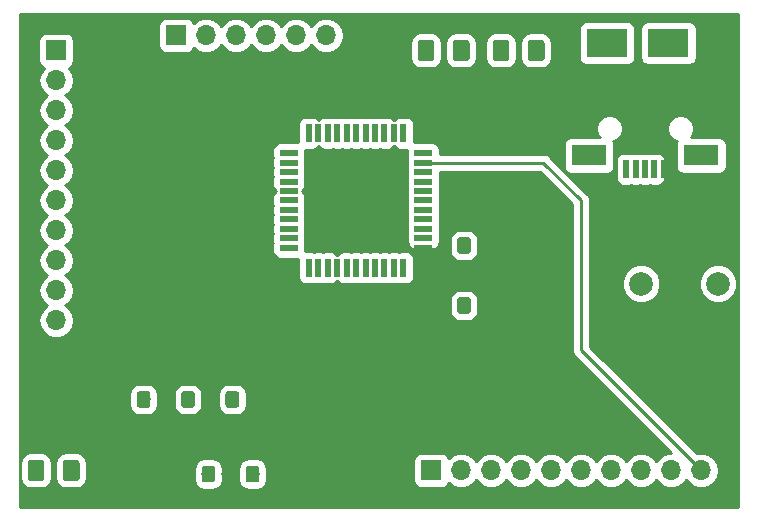
<source format=gbr>
G04 #@! TF.GenerationSoftware,KiCad,Pcbnew,5.0.2+dfsg1-1*
G04 #@! TF.CreationDate,2019-09-12T15:25:03-03:00*
G04 #@! TF.ProjectId,minicurso,6d696e69-6375-4727-936f-2e6b69636164,rev?*
G04 #@! TF.SameCoordinates,Original*
G04 #@! TF.FileFunction,Copper,L1,Top*
G04 #@! TF.FilePolarity,Positive*
%FSLAX46Y46*%
G04 Gerber Fmt 4.6, Leading zero omitted, Abs format (unit mm)*
G04 Created by KiCad (PCBNEW 5.0.2+dfsg1-1) date qui 12 set 2019 15:25:03 -03*
%MOMM*%
%LPD*%
G01*
G04 APERTURE LIST*
G04 #@! TA.AperFunction,ComponentPad*
%ADD10C,2.000000*%
G04 #@! TD*
G04 #@! TA.AperFunction,Conductor*
%ADD11C,0.100000*%
G04 #@! TD*
G04 #@! TA.AperFunction,SMDPad,CuDef*
%ADD12C,1.150000*%
G04 #@! TD*
G04 #@! TA.AperFunction,ComponentPad*
%ADD13O,1.700000X1.700000*%
G04 #@! TD*
G04 #@! TA.AperFunction,ComponentPad*
%ADD14R,1.700000X1.700000*%
G04 #@! TD*
G04 #@! TA.AperFunction,SMDPad,CuDef*
%ADD15R,3.000000X1.800000*%
G04 #@! TD*
G04 #@! TA.AperFunction,SMDPad,CuDef*
%ADD16R,0.500000X1.500000*%
G04 #@! TD*
G04 #@! TA.AperFunction,SMDPad,CuDef*
%ADD17R,3.500000X2.400000*%
G04 #@! TD*
G04 #@! TA.AperFunction,SMDPad,CuDef*
%ADD18R,0.550000X1.500000*%
G04 #@! TD*
G04 #@! TA.AperFunction,SMDPad,CuDef*
%ADD19R,1.500000X0.550000*%
G04 #@! TD*
G04 #@! TA.AperFunction,SMDPad,CuDef*
%ADD20C,1.425000*%
G04 #@! TD*
G04 #@! TA.AperFunction,Conductor*
%ADD21C,0.250000*%
G04 #@! TD*
G04 #@! TA.AperFunction,Conductor*
%ADD22C,0.254000*%
G04 #@! TD*
G04 APERTURE END LIST*
D10*
G04 #@! TO.P,SW1,1*
G04 #@! TO.N,GND*
X116990000Y-55880000D03*
G04 #@! TO.P,SW1,2*
G04 #@! TO.N,Net-(C1-Pad1)*
X116990000Y-60380000D03*
G04 #@! TO.P,SW1,1*
G04 #@! TO.N,GND*
X110490000Y-55880000D03*
G04 #@! TO.P,SW1,2*
G04 #@! TO.N,Net-(C1-Pad1)*
X110490000Y-60380000D03*
G04 #@! TD*
D11*
G04 #@! TO.N,Net-(C2-Pad2)*
G04 #@! TO.C,C2*
G36*
X95844505Y-61531204D02*
X95868773Y-61534804D01*
X95892572Y-61540765D01*
X95915671Y-61549030D01*
X95937850Y-61559520D01*
X95958893Y-61572132D01*
X95978599Y-61586747D01*
X95996777Y-61603223D01*
X96013253Y-61621401D01*
X96027868Y-61641107D01*
X96040480Y-61662150D01*
X96050970Y-61684329D01*
X96059235Y-61707428D01*
X96065196Y-61731227D01*
X96068796Y-61755495D01*
X96070000Y-61779999D01*
X96070000Y-62680001D01*
X96068796Y-62704505D01*
X96065196Y-62728773D01*
X96059235Y-62752572D01*
X96050970Y-62775671D01*
X96040480Y-62797850D01*
X96027868Y-62818893D01*
X96013253Y-62838599D01*
X95996777Y-62856777D01*
X95978599Y-62873253D01*
X95958893Y-62887868D01*
X95937850Y-62900480D01*
X95915671Y-62910970D01*
X95892572Y-62919235D01*
X95868773Y-62925196D01*
X95844505Y-62928796D01*
X95820001Y-62930000D01*
X95169999Y-62930000D01*
X95145495Y-62928796D01*
X95121227Y-62925196D01*
X95097428Y-62919235D01*
X95074329Y-62910970D01*
X95052150Y-62900480D01*
X95031107Y-62887868D01*
X95011401Y-62873253D01*
X94993223Y-62856777D01*
X94976747Y-62838599D01*
X94962132Y-62818893D01*
X94949520Y-62797850D01*
X94939030Y-62775671D01*
X94930765Y-62752572D01*
X94924804Y-62728773D01*
X94921204Y-62704505D01*
X94920000Y-62680001D01*
X94920000Y-61779999D01*
X94921204Y-61755495D01*
X94924804Y-61731227D01*
X94930765Y-61707428D01*
X94939030Y-61684329D01*
X94949520Y-61662150D01*
X94962132Y-61641107D01*
X94976747Y-61621401D01*
X94993223Y-61603223D01*
X95011401Y-61586747D01*
X95031107Y-61572132D01*
X95052150Y-61559520D01*
X95074329Y-61549030D01*
X95097428Y-61540765D01*
X95121227Y-61534804D01*
X95145495Y-61531204D01*
X95169999Y-61530000D01*
X95820001Y-61530000D01*
X95844505Y-61531204D01*
X95844505Y-61531204D01*
G37*
D12*
G04 #@! TD*
G04 #@! TO.P,C2,2*
G04 #@! TO.N,Net-(C2-Pad2)*
X95495000Y-62230000D03*
D11*
G04 #@! TO.N,GND*
G04 #@! TO.C,C2*
G36*
X97894505Y-61531204D02*
X97918773Y-61534804D01*
X97942572Y-61540765D01*
X97965671Y-61549030D01*
X97987850Y-61559520D01*
X98008893Y-61572132D01*
X98028599Y-61586747D01*
X98046777Y-61603223D01*
X98063253Y-61621401D01*
X98077868Y-61641107D01*
X98090480Y-61662150D01*
X98100970Y-61684329D01*
X98109235Y-61707428D01*
X98115196Y-61731227D01*
X98118796Y-61755495D01*
X98120000Y-61779999D01*
X98120000Y-62680001D01*
X98118796Y-62704505D01*
X98115196Y-62728773D01*
X98109235Y-62752572D01*
X98100970Y-62775671D01*
X98090480Y-62797850D01*
X98077868Y-62818893D01*
X98063253Y-62838599D01*
X98046777Y-62856777D01*
X98028599Y-62873253D01*
X98008893Y-62887868D01*
X97987850Y-62900480D01*
X97965671Y-62910970D01*
X97942572Y-62919235D01*
X97918773Y-62925196D01*
X97894505Y-62928796D01*
X97870001Y-62930000D01*
X97219999Y-62930000D01*
X97195495Y-62928796D01*
X97171227Y-62925196D01*
X97147428Y-62919235D01*
X97124329Y-62910970D01*
X97102150Y-62900480D01*
X97081107Y-62887868D01*
X97061401Y-62873253D01*
X97043223Y-62856777D01*
X97026747Y-62838599D01*
X97012132Y-62818893D01*
X96999520Y-62797850D01*
X96989030Y-62775671D01*
X96980765Y-62752572D01*
X96974804Y-62728773D01*
X96971204Y-62704505D01*
X96970000Y-62680001D01*
X96970000Y-61779999D01*
X96971204Y-61755495D01*
X96974804Y-61731227D01*
X96980765Y-61707428D01*
X96989030Y-61684329D01*
X96999520Y-61662150D01*
X97012132Y-61641107D01*
X97026747Y-61621401D01*
X97043223Y-61603223D01*
X97061401Y-61586747D01*
X97081107Y-61572132D01*
X97102150Y-61559520D01*
X97124329Y-61549030D01*
X97147428Y-61540765D01*
X97171227Y-61534804D01*
X97195495Y-61531204D01*
X97219999Y-61530000D01*
X97870001Y-61530000D01*
X97894505Y-61531204D01*
X97894505Y-61531204D01*
G37*
D12*
G04 #@! TD*
G04 #@! TO.P,C2,1*
G04 #@! TO.N,GND*
X97545000Y-62230000D03*
D11*
G04 #@! TO.N,Net-(C3-Pad1)*
G04 #@! TO.C,C3*
G36*
X74193464Y-75812304D02*
X74217732Y-75815904D01*
X74241531Y-75821865D01*
X74264630Y-75830130D01*
X74286809Y-75840620D01*
X74307852Y-75853232D01*
X74327558Y-75867847D01*
X74345736Y-75884323D01*
X74362212Y-75902501D01*
X74376827Y-75922207D01*
X74389439Y-75943250D01*
X74399929Y-75965429D01*
X74408194Y-75988528D01*
X74414155Y-76012327D01*
X74417755Y-76036595D01*
X74418959Y-76061099D01*
X74418959Y-76961101D01*
X74417755Y-76985605D01*
X74414155Y-77009873D01*
X74408194Y-77033672D01*
X74399929Y-77056771D01*
X74389439Y-77078950D01*
X74376827Y-77099993D01*
X74362212Y-77119699D01*
X74345736Y-77137877D01*
X74327558Y-77154353D01*
X74307852Y-77168968D01*
X74286809Y-77181580D01*
X74264630Y-77192070D01*
X74241531Y-77200335D01*
X74217732Y-77206296D01*
X74193464Y-77209896D01*
X74168960Y-77211100D01*
X73518958Y-77211100D01*
X73494454Y-77209896D01*
X73470186Y-77206296D01*
X73446387Y-77200335D01*
X73423288Y-77192070D01*
X73401109Y-77181580D01*
X73380066Y-77168968D01*
X73360360Y-77154353D01*
X73342182Y-77137877D01*
X73325706Y-77119699D01*
X73311091Y-77099993D01*
X73298479Y-77078950D01*
X73287989Y-77056771D01*
X73279724Y-77033672D01*
X73273763Y-77009873D01*
X73270163Y-76985605D01*
X73268959Y-76961101D01*
X73268959Y-76061099D01*
X73270163Y-76036595D01*
X73273763Y-76012327D01*
X73279724Y-75988528D01*
X73287989Y-75965429D01*
X73298479Y-75943250D01*
X73311091Y-75922207D01*
X73325706Y-75902501D01*
X73342182Y-75884323D01*
X73360360Y-75867847D01*
X73380066Y-75853232D01*
X73401109Y-75840620D01*
X73423288Y-75830130D01*
X73446387Y-75821865D01*
X73470186Y-75815904D01*
X73494454Y-75812304D01*
X73518958Y-75811100D01*
X74168960Y-75811100D01*
X74193464Y-75812304D01*
X74193464Y-75812304D01*
G37*
D12*
G04 #@! TD*
G04 #@! TO.P,C3,1*
G04 #@! TO.N,Net-(C3-Pad1)*
X73843959Y-76511100D03*
D11*
G04 #@! TO.N,GND*
G04 #@! TO.C,C3*
G36*
X72143464Y-75812304D02*
X72167732Y-75815904D01*
X72191531Y-75821865D01*
X72214630Y-75830130D01*
X72236809Y-75840620D01*
X72257852Y-75853232D01*
X72277558Y-75867847D01*
X72295736Y-75884323D01*
X72312212Y-75902501D01*
X72326827Y-75922207D01*
X72339439Y-75943250D01*
X72349929Y-75965429D01*
X72358194Y-75988528D01*
X72364155Y-76012327D01*
X72367755Y-76036595D01*
X72368959Y-76061099D01*
X72368959Y-76961101D01*
X72367755Y-76985605D01*
X72364155Y-77009873D01*
X72358194Y-77033672D01*
X72349929Y-77056771D01*
X72339439Y-77078950D01*
X72326827Y-77099993D01*
X72312212Y-77119699D01*
X72295736Y-77137877D01*
X72277558Y-77154353D01*
X72257852Y-77168968D01*
X72236809Y-77181580D01*
X72214630Y-77192070D01*
X72191531Y-77200335D01*
X72167732Y-77206296D01*
X72143464Y-77209896D01*
X72118960Y-77211100D01*
X71468958Y-77211100D01*
X71444454Y-77209896D01*
X71420186Y-77206296D01*
X71396387Y-77200335D01*
X71373288Y-77192070D01*
X71351109Y-77181580D01*
X71330066Y-77168968D01*
X71310360Y-77154353D01*
X71292182Y-77137877D01*
X71275706Y-77119699D01*
X71261091Y-77099993D01*
X71248479Y-77078950D01*
X71237989Y-77056771D01*
X71229724Y-77033672D01*
X71223763Y-77009873D01*
X71220163Y-76985605D01*
X71218959Y-76961101D01*
X71218959Y-76061099D01*
X71220163Y-76036595D01*
X71223763Y-76012327D01*
X71229724Y-75988528D01*
X71237989Y-75965429D01*
X71248479Y-75943250D01*
X71261091Y-75922207D01*
X71275706Y-75902501D01*
X71292182Y-75884323D01*
X71310360Y-75867847D01*
X71330066Y-75853232D01*
X71351109Y-75840620D01*
X71373288Y-75830130D01*
X71396387Y-75821865D01*
X71420186Y-75815904D01*
X71444454Y-75812304D01*
X71468958Y-75811100D01*
X72118960Y-75811100D01*
X72143464Y-75812304D01*
X72143464Y-75812304D01*
G37*
D12*
G04 #@! TD*
G04 #@! TO.P,C3,2*
G04 #@! TO.N,GND*
X71793959Y-76511100D03*
D11*
G04 #@! TO.N,GND*
G04 #@! TO.C,C4*
G36*
X66668040Y-69487505D02*
X66692308Y-69491105D01*
X66716107Y-69497066D01*
X66739206Y-69505331D01*
X66761385Y-69515821D01*
X66782428Y-69528433D01*
X66802134Y-69543048D01*
X66820312Y-69559524D01*
X66836788Y-69577702D01*
X66851403Y-69597408D01*
X66864015Y-69618451D01*
X66874505Y-69640630D01*
X66882770Y-69663729D01*
X66888731Y-69687528D01*
X66892331Y-69711796D01*
X66893535Y-69736300D01*
X66893535Y-70636302D01*
X66892331Y-70660806D01*
X66888731Y-70685074D01*
X66882770Y-70708873D01*
X66874505Y-70731972D01*
X66864015Y-70754151D01*
X66851403Y-70775194D01*
X66836788Y-70794900D01*
X66820312Y-70813078D01*
X66802134Y-70829554D01*
X66782428Y-70844169D01*
X66761385Y-70856781D01*
X66739206Y-70867271D01*
X66716107Y-70875536D01*
X66692308Y-70881497D01*
X66668040Y-70885097D01*
X66643536Y-70886301D01*
X65993534Y-70886301D01*
X65969030Y-70885097D01*
X65944762Y-70881497D01*
X65920963Y-70875536D01*
X65897864Y-70867271D01*
X65875685Y-70856781D01*
X65854642Y-70844169D01*
X65834936Y-70829554D01*
X65816758Y-70813078D01*
X65800282Y-70794900D01*
X65785667Y-70775194D01*
X65773055Y-70754151D01*
X65762565Y-70731972D01*
X65754300Y-70708873D01*
X65748339Y-70685074D01*
X65744739Y-70660806D01*
X65743535Y-70636302D01*
X65743535Y-69736300D01*
X65744739Y-69711796D01*
X65748339Y-69687528D01*
X65754300Y-69663729D01*
X65762565Y-69640630D01*
X65773055Y-69618451D01*
X65785667Y-69597408D01*
X65800282Y-69577702D01*
X65816758Y-69559524D01*
X65834936Y-69543048D01*
X65854642Y-69528433D01*
X65875685Y-69515821D01*
X65897864Y-69505331D01*
X65920963Y-69497066D01*
X65944762Y-69491105D01*
X65969030Y-69487505D01*
X65993534Y-69486301D01*
X66643536Y-69486301D01*
X66668040Y-69487505D01*
X66668040Y-69487505D01*
G37*
D12*
G04 #@! TD*
G04 #@! TO.P,C4,2*
G04 #@! TO.N,GND*
X66318535Y-70186301D03*
D11*
G04 #@! TO.N,Net-(C4-Pad1)*
G04 #@! TO.C,C4*
G36*
X68718040Y-69487505D02*
X68742308Y-69491105D01*
X68766107Y-69497066D01*
X68789206Y-69505331D01*
X68811385Y-69515821D01*
X68832428Y-69528433D01*
X68852134Y-69543048D01*
X68870312Y-69559524D01*
X68886788Y-69577702D01*
X68901403Y-69597408D01*
X68914015Y-69618451D01*
X68924505Y-69640630D01*
X68932770Y-69663729D01*
X68938731Y-69687528D01*
X68942331Y-69711796D01*
X68943535Y-69736300D01*
X68943535Y-70636302D01*
X68942331Y-70660806D01*
X68938731Y-70685074D01*
X68932770Y-70708873D01*
X68924505Y-70731972D01*
X68914015Y-70754151D01*
X68901403Y-70775194D01*
X68886788Y-70794900D01*
X68870312Y-70813078D01*
X68852134Y-70829554D01*
X68832428Y-70844169D01*
X68811385Y-70856781D01*
X68789206Y-70867271D01*
X68766107Y-70875536D01*
X68742308Y-70881497D01*
X68718040Y-70885097D01*
X68693536Y-70886301D01*
X68043534Y-70886301D01*
X68019030Y-70885097D01*
X67994762Y-70881497D01*
X67970963Y-70875536D01*
X67947864Y-70867271D01*
X67925685Y-70856781D01*
X67904642Y-70844169D01*
X67884936Y-70829554D01*
X67866758Y-70813078D01*
X67850282Y-70794900D01*
X67835667Y-70775194D01*
X67823055Y-70754151D01*
X67812565Y-70731972D01*
X67804300Y-70708873D01*
X67798339Y-70685074D01*
X67794739Y-70660806D01*
X67793535Y-70636302D01*
X67793535Y-69736300D01*
X67794739Y-69711796D01*
X67798339Y-69687528D01*
X67804300Y-69663729D01*
X67812565Y-69640630D01*
X67823055Y-69618451D01*
X67835667Y-69597408D01*
X67850282Y-69577702D01*
X67866758Y-69559524D01*
X67884936Y-69543048D01*
X67904642Y-69528433D01*
X67925685Y-69515821D01*
X67947864Y-69505331D01*
X67970963Y-69497066D01*
X67994762Y-69491105D01*
X68019030Y-69487505D01*
X68043534Y-69486301D01*
X68693536Y-69486301D01*
X68718040Y-69487505D01*
X68718040Y-69487505D01*
G37*
D12*
G04 #@! TD*
G04 #@! TO.P,C4,1*
G04 #@! TO.N,Net-(C4-Pad1)*
X68368535Y-70186301D03*
D11*
G04 #@! TO.N,+5V*
G04 #@! TO.C,C5*
G36*
X95844505Y-56451204D02*
X95868773Y-56454804D01*
X95892572Y-56460765D01*
X95915671Y-56469030D01*
X95937850Y-56479520D01*
X95958893Y-56492132D01*
X95978599Y-56506747D01*
X95996777Y-56523223D01*
X96013253Y-56541401D01*
X96027868Y-56561107D01*
X96040480Y-56582150D01*
X96050970Y-56604329D01*
X96059235Y-56627428D01*
X96065196Y-56651227D01*
X96068796Y-56675495D01*
X96070000Y-56699999D01*
X96070000Y-57600001D01*
X96068796Y-57624505D01*
X96065196Y-57648773D01*
X96059235Y-57672572D01*
X96050970Y-57695671D01*
X96040480Y-57717850D01*
X96027868Y-57738893D01*
X96013253Y-57758599D01*
X95996777Y-57776777D01*
X95978599Y-57793253D01*
X95958893Y-57807868D01*
X95937850Y-57820480D01*
X95915671Y-57830970D01*
X95892572Y-57839235D01*
X95868773Y-57845196D01*
X95844505Y-57848796D01*
X95820001Y-57850000D01*
X95169999Y-57850000D01*
X95145495Y-57848796D01*
X95121227Y-57845196D01*
X95097428Y-57839235D01*
X95074329Y-57830970D01*
X95052150Y-57820480D01*
X95031107Y-57807868D01*
X95011401Y-57793253D01*
X94993223Y-57776777D01*
X94976747Y-57758599D01*
X94962132Y-57738893D01*
X94949520Y-57717850D01*
X94939030Y-57695671D01*
X94930765Y-57672572D01*
X94924804Y-57648773D01*
X94921204Y-57624505D01*
X94920000Y-57600001D01*
X94920000Y-56699999D01*
X94921204Y-56675495D01*
X94924804Y-56651227D01*
X94930765Y-56627428D01*
X94939030Y-56604329D01*
X94949520Y-56582150D01*
X94962132Y-56561107D01*
X94976747Y-56541401D01*
X94993223Y-56523223D01*
X95011401Y-56506747D01*
X95031107Y-56492132D01*
X95052150Y-56479520D01*
X95074329Y-56469030D01*
X95097428Y-56460765D01*
X95121227Y-56454804D01*
X95145495Y-56451204D01*
X95169999Y-56450000D01*
X95820001Y-56450000D01*
X95844505Y-56451204D01*
X95844505Y-56451204D01*
G37*
D12*
G04 #@! TD*
G04 #@! TO.P,C5,1*
G04 #@! TO.N,+5V*
X95495000Y-57150000D03*
D11*
G04 #@! TO.N,GND*
G04 #@! TO.C,C5*
G36*
X97894505Y-56451204D02*
X97918773Y-56454804D01*
X97942572Y-56460765D01*
X97965671Y-56469030D01*
X97987850Y-56479520D01*
X98008893Y-56492132D01*
X98028599Y-56506747D01*
X98046777Y-56523223D01*
X98063253Y-56541401D01*
X98077868Y-56561107D01*
X98090480Y-56582150D01*
X98100970Y-56604329D01*
X98109235Y-56627428D01*
X98115196Y-56651227D01*
X98118796Y-56675495D01*
X98120000Y-56699999D01*
X98120000Y-57600001D01*
X98118796Y-57624505D01*
X98115196Y-57648773D01*
X98109235Y-57672572D01*
X98100970Y-57695671D01*
X98090480Y-57717850D01*
X98077868Y-57738893D01*
X98063253Y-57758599D01*
X98046777Y-57776777D01*
X98028599Y-57793253D01*
X98008893Y-57807868D01*
X97987850Y-57820480D01*
X97965671Y-57830970D01*
X97942572Y-57839235D01*
X97918773Y-57845196D01*
X97894505Y-57848796D01*
X97870001Y-57850000D01*
X97219999Y-57850000D01*
X97195495Y-57848796D01*
X97171227Y-57845196D01*
X97147428Y-57839235D01*
X97124329Y-57830970D01*
X97102150Y-57820480D01*
X97081107Y-57807868D01*
X97061401Y-57793253D01*
X97043223Y-57776777D01*
X97026747Y-57758599D01*
X97012132Y-57738893D01*
X96999520Y-57717850D01*
X96989030Y-57695671D01*
X96980765Y-57672572D01*
X96974804Y-57648773D01*
X96971204Y-57624505D01*
X96970000Y-57600001D01*
X96970000Y-56699999D01*
X96971204Y-56675495D01*
X96974804Y-56651227D01*
X96980765Y-56627428D01*
X96989030Y-56604329D01*
X96999520Y-56582150D01*
X97012132Y-56561107D01*
X97026747Y-56541401D01*
X97043223Y-56523223D01*
X97061401Y-56506747D01*
X97081107Y-56492132D01*
X97102150Y-56479520D01*
X97124329Y-56469030D01*
X97147428Y-56460765D01*
X97171227Y-56454804D01*
X97195495Y-56451204D01*
X97219999Y-56450000D01*
X97870001Y-56450000D01*
X97894505Y-56451204D01*
X97894505Y-56451204D01*
G37*
D12*
G04 #@! TD*
G04 #@! TO.P,C5,2*
G04 #@! TO.N,GND*
X97545000Y-57150000D03*
D11*
G04 #@! TO.N,GND*
G04 #@! TO.C,C6*
G36*
X70418040Y-69487505D02*
X70442308Y-69491105D01*
X70466107Y-69497066D01*
X70489206Y-69505331D01*
X70511385Y-69515821D01*
X70532428Y-69528433D01*
X70552134Y-69543048D01*
X70570312Y-69559524D01*
X70586788Y-69577702D01*
X70601403Y-69597408D01*
X70614015Y-69618451D01*
X70624505Y-69640630D01*
X70632770Y-69663729D01*
X70638731Y-69687528D01*
X70642331Y-69711796D01*
X70643535Y-69736300D01*
X70643535Y-70636302D01*
X70642331Y-70660806D01*
X70638731Y-70685074D01*
X70632770Y-70708873D01*
X70624505Y-70731972D01*
X70614015Y-70754151D01*
X70601403Y-70775194D01*
X70586788Y-70794900D01*
X70570312Y-70813078D01*
X70552134Y-70829554D01*
X70532428Y-70844169D01*
X70511385Y-70856781D01*
X70489206Y-70867271D01*
X70466107Y-70875536D01*
X70442308Y-70881497D01*
X70418040Y-70885097D01*
X70393536Y-70886301D01*
X69743534Y-70886301D01*
X69719030Y-70885097D01*
X69694762Y-70881497D01*
X69670963Y-70875536D01*
X69647864Y-70867271D01*
X69625685Y-70856781D01*
X69604642Y-70844169D01*
X69584936Y-70829554D01*
X69566758Y-70813078D01*
X69550282Y-70794900D01*
X69535667Y-70775194D01*
X69523055Y-70754151D01*
X69512565Y-70731972D01*
X69504300Y-70708873D01*
X69498339Y-70685074D01*
X69494739Y-70660806D01*
X69493535Y-70636302D01*
X69493535Y-69736300D01*
X69494739Y-69711796D01*
X69498339Y-69687528D01*
X69504300Y-69663729D01*
X69512565Y-69640630D01*
X69523055Y-69618451D01*
X69535667Y-69597408D01*
X69550282Y-69577702D01*
X69566758Y-69559524D01*
X69584936Y-69543048D01*
X69604642Y-69528433D01*
X69625685Y-69515821D01*
X69647864Y-69505331D01*
X69670963Y-69497066D01*
X69694762Y-69491105D01*
X69719030Y-69487505D01*
X69743534Y-69486301D01*
X70393536Y-69486301D01*
X70418040Y-69487505D01*
X70418040Y-69487505D01*
G37*
D12*
G04 #@! TD*
G04 #@! TO.P,C6,2*
G04 #@! TO.N,GND*
X70068535Y-70186301D03*
D11*
G04 #@! TO.N,+5V*
G04 #@! TO.C,C6*
G36*
X72468040Y-69487505D02*
X72492308Y-69491105D01*
X72516107Y-69497066D01*
X72539206Y-69505331D01*
X72561385Y-69515821D01*
X72582428Y-69528433D01*
X72602134Y-69543048D01*
X72620312Y-69559524D01*
X72636788Y-69577702D01*
X72651403Y-69597408D01*
X72664015Y-69618451D01*
X72674505Y-69640630D01*
X72682770Y-69663729D01*
X72688731Y-69687528D01*
X72692331Y-69711796D01*
X72693535Y-69736300D01*
X72693535Y-70636302D01*
X72692331Y-70660806D01*
X72688731Y-70685074D01*
X72682770Y-70708873D01*
X72674505Y-70731972D01*
X72664015Y-70754151D01*
X72651403Y-70775194D01*
X72636788Y-70794900D01*
X72620312Y-70813078D01*
X72602134Y-70829554D01*
X72582428Y-70844169D01*
X72561385Y-70856781D01*
X72539206Y-70867271D01*
X72516107Y-70875536D01*
X72492308Y-70881497D01*
X72468040Y-70885097D01*
X72443536Y-70886301D01*
X71793534Y-70886301D01*
X71769030Y-70885097D01*
X71744762Y-70881497D01*
X71720963Y-70875536D01*
X71697864Y-70867271D01*
X71675685Y-70856781D01*
X71654642Y-70844169D01*
X71634936Y-70829554D01*
X71616758Y-70813078D01*
X71600282Y-70794900D01*
X71585667Y-70775194D01*
X71573055Y-70754151D01*
X71562565Y-70731972D01*
X71554300Y-70708873D01*
X71548339Y-70685074D01*
X71544739Y-70660806D01*
X71543535Y-70636302D01*
X71543535Y-69736300D01*
X71544739Y-69711796D01*
X71548339Y-69687528D01*
X71554300Y-69663729D01*
X71562565Y-69640630D01*
X71573055Y-69618451D01*
X71585667Y-69597408D01*
X71600282Y-69577702D01*
X71616758Y-69559524D01*
X71634936Y-69543048D01*
X71654642Y-69528433D01*
X71675685Y-69515821D01*
X71697864Y-69505331D01*
X71720963Y-69497066D01*
X71744762Y-69491105D01*
X71769030Y-69487505D01*
X71793534Y-69486301D01*
X72443536Y-69486301D01*
X72468040Y-69487505D01*
X72468040Y-69487505D01*
G37*
D12*
G04 #@! TD*
G04 #@! TO.P,C6,1*
G04 #@! TO.N,+5V*
X72118535Y-70186301D03*
D11*
G04 #@! TO.N,+5V*
G04 #@! TO.C,C7*
G36*
X77943464Y-75812304D02*
X77967732Y-75815904D01*
X77991531Y-75821865D01*
X78014630Y-75830130D01*
X78036809Y-75840620D01*
X78057852Y-75853232D01*
X78077558Y-75867847D01*
X78095736Y-75884323D01*
X78112212Y-75902501D01*
X78126827Y-75922207D01*
X78139439Y-75943250D01*
X78149929Y-75965429D01*
X78158194Y-75988528D01*
X78164155Y-76012327D01*
X78167755Y-76036595D01*
X78168959Y-76061099D01*
X78168959Y-76961101D01*
X78167755Y-76985605D01*
X78164155Y-77009873D01*
X78158194Y-77033672D01*
X78149929Y-77056771D01*
X78139439Y-77078950D01*
X78126827Y-77099993D01*
X78112212Y-77119699D01*
X78095736Y-77137877D01*
X78077558Y-77154353D01*
X78057852Y-77168968D01*
X78036809Y-77181580D01*
X78014630Y-77192070D01*
X77991531Y-77200335D01*
X77967732Y-77206296D01*
X77943464Y-77209896D01*
X77918960Y-77211100D01*
X77268958Y-77211100D01*
X77244454Y-77209896D01*
X77220186Y-77206296D01*
X77196387Y-77200335D01*
X77173288Y-77192070D01*
X77151109Y-77181580D01*
X77130066Y-77168968D01*
X77110360Y-77154353D01*
X77092182Y-77137877D01*
X77075706Y-77119699D01*
X77061091Y-77099993D01*
X77048479Y-77078950D01*
X77037989Y-77056771D01*
X77029724Y-77033672D01*
X77023763Y-77009873D01*
X77020163Y-76985605D01*
X77018959Y-76961101D01*
X77018959Y-76061099D01*
X77020163Y-76036595D01*
X77023763Y-76012327D01*
X77029724Y-75988528D01*
X77037989Y-75965429D01*
X77048479Y-75943250D01*
X77061091Y-75922207D01*
X77075706Y-75902501D01*
X77092182Y-75884323D01*
X77110360Y-75867847D01*
X77130066Y-75853232D01*
X77151109Y-75840620D01*
X77173288Y-75830130D01*
X77196387Y-75821865D01*
X77220186Y-75815904D01*
X77244454Y-75812304D01*
X77268958Y-75811100D01*
X77918960Y-75811100D01*
X77943464Y-75812304D01*
X77943464Y-75812304D01*
G37*
D12*
G04 #@! TD*
G04 #@! TO.P,C7,1*
G04 #@! TO.N,+5V*
X77593959Y-76511100D03*
D11*
G04 #@! TO.N,GND*
G04 #@! TO.C,C7*
G36*
X75893464Y-75812304D02*
X75917732Y-75815904D01*
X75941531Y-75821865D01*
X75964630Y-75830130D01*
X75986809Y-75840620D01*
X76007852Y-75853232D01*
X76027558Y-75867847D01*
X76045736Y-75884323D01*
X76062212Y-75902501D01*
X76076827Y-75922207D01*
X76089439Y-75943250D01*
X76099929Y-75965429D01*
X76108194Y-75988528D01*
X76114155Y-76012327D01*
X76117755Y-76036595D01*
X76118959Y-76061099D01*
X76118959Y-76961101D01*
X76117755Y-76985605D01*
X76114155Y-77009873D01*
X76108194Y-77033672D01*
X76099929Y-77056771D01*
X76089439Y-77078950D01*
X76076827Y-77099993D01*
X76062212Y-77119699D01*
X76045736Y-77137877D01*
X76027558Y-77154353D01*
X76007852Y-77168968D01*
X75986809Y-77181580D01*
X75964630Y-77192070D01*
X75941531Y-77200335D01*
X75917732Y-77206296D01*
X75893464Y-77209896D01*
X75868960Y-77211100D01*
X75218958Y-77211100D01*
X75194454Y-77209896D01*
X75170186Y-77206296D01*
X75146387Y-77200335D01*
X75123288Y-77192070D01*
X75101109Y-77181580D01*
X75080066Y-77168968D01*
X75060360Y-77154353D01*
X75042182Y-77137877D01*
X75025706Y-77119699D01*
X75011091Y-77099993D01*
X74998479Y-77078950D01*
X74987989Y-77056771D01*
X74979724Y-77033672D01*
X74973763Y-77009873D01*
X74970163Y-76985605D01*
X74968959Y-76961101D01*
X74968959Y-76061099D01*
X74970163Y-76036595D01*
X74973763Y-76012327D01*
X74979724Y-75988528D01*
X74987989Y-75965429D01*
X74998479Y-75943250D01*
X75011091Y-75922207D01*
X75025706Y-75902501D01*
X75042182Y-75884323D01*
X75060360Y-75867847D01*
X75080066Y-75853232D01*
X75101109Y-75840620D01*
X75123288Y-75830130D01*
X75146387Y-75821865D01*
X75170186Y-75815904D01*
X75194454Y-75812304D01*
X75218958Y-75811100D01*
X75868960Y-75811100D01*
X75893464Y-75812304D01*
X75893464Y-75812304D01*
G37*
D12*
G04 #@! TD*
G04 #@! TO.P,C7,2*
G04 #@! TO.N,GND*
X75543959Y-76511100D03*
D11*
G04 #@! TO.N,GND*
G04 #@! TO.C,C1*
G36*
X74168040Y-69487505D02*
X74192308Y-69491105D01*
X74216107Y-69497066D01*
X74239206Y-69505331D01*
X74261385Y-69515821D01*
X74282428Y-69528433D01*
X74302134Y-69543048D01*
X74320312Y-69559524D01*
X74336788Y-69577702D01*
X74351403Y-69597408D01*
X74364015Y-69618451D01*
X74374505Y-69640630D01*
X74382770Y-69663729D01*
X74388731Y-69687528D01*
X74392331Y-69711796D01*
X74393535Y-69736300D01*
X74393535Y-70636302D01*
X74392331Y-70660806D01*
X74388731Y-70685074D01*
X74382770Y-70708873D01*
X74374505Y-70731972D01*
X74364015Y-70754151D01*
X74351403Y-70775194D01*
X74336788Y-70794900D01*
X74320312Y-70813078D01*
X74302134Y-70829554D01*
X74282428Y-70844169D01*
X74261385Y-70856781D01*
X74239206Y-70867271D01*
X74216107Y-70875536D01*
X74192308Y-70881497D01*
X74168040Y-70885097D01*
X74143536Y-70886301D01*
X73493534Y-70886301D01*
X73469030Y-70885097D01*
X73444762Y-70881497D01*
X73420963Y-70875536D01*
X73397864Y-70867271D01*
X73375685Y-70856781D01*
X73354642Y-70844169D01*
X73334936Y-70829554D01*
X73316758Y-70813078D01*
X73300282Y-70794900D01*
X73285667Y-70775194D01*
X73273055Y-70754151D01*
X73262565Y-70731972D01*
X73254300Y-70708873D01*
X73248339Y-70685074D01*
X73244739Y-70660806D01*
X73243535Y-70636302D01*
X73243535Y-69736300D01*
X73244739Y-69711796D01*
X73248339Y-69687528D01*
X73254300Y-69663729D01*
X73262565Y-69640630D01*
X73273055Y-69618451D01*
X73285667Y-69597408D01*
X73300282Y-69577702D01*
X73316758Y-69559524D01*
X73334936Y-69543048D01*
X73354642Y-69528433D01*
X73375685Y-69515821D01*
X73397864Y-69505331D01*
X73420963Y-69497066D01*
X73444762Y-69491105D01*
X73469030Y-69487505D01*
X73493534Y-69486301D01*
X74143536Y-69486301D01*
X74168040Y-69487505D01*
X74168040Y-69487505D01*
G37*
D12*
G04 #@! TD*
G04 #@! TO.P,C1,2*
G04 #@! TO.N,GND*
X73818535Y-70186301D03*
D11*
G04 #@! TO.N,Net-(C1-Pad1)*
G04 #@! TO.C,C1*
G36*
X76218040Y-69487505D02*
X76242308Y-69491105D01*
X76266107Y-69497066D01*
X76289206Y-69505331D01*
X76311385Y-69515821D01*
X76332428Y-69528433D01*
X76352134Y-69543048D01*
X76370312Y-69559524D01*
X76386788Y-69577702D01*
X76401403Y-69597408D01*
X76414015Y-69618451D01*
X76424505Y-69640630D01*
X76432770Y-69663729D01*
X76438731Y-69687528D01*
X76442331Y-69711796D01*
X76443535Y-69736300D01*
X76443535Y-70636302D01*
X76442331Y-70660806D01*
X76438731Y-70685074D01*
X76432770Y-70708873D01*
X76424505Y-70731972D01*
X76414015Y-70754151D01*
X76401403Y-70775194D01*
X76386788Y-70794900D01*
X76370312Y-70813078D01*
X76352134Y-70829554D01*
X76332428Y-70844169D01*
X76311385Y-70856781D01*
X76289206Y-70867271D01*
X76266107Y-70875536D01*
X76242308Y-70881497D01*
X76218040Y-70885097D01*
X76193536Y-70886301D01*
X75543534Y-70886301D01*
X75519030Y-70885097D01*
X75494762Y-70881497D01*
X75470963Y-70875536D01*
X75447864Y-70867271D01*
X75425685Y-70856781D01*
X75404642Y-70844169D01*
X75384936Y-70829554D01*
X75366758Y-70813078D01*
X75350282Y-70794900D01*
X75335667Y-70775194D01*
X75323055Y-70754151D01*
X75312565Y-70731972D01*
X75304300Y-70708873D01*
X75298339Y-70685074D01*
X75294739Y-70660806D01*
X75293535Y-70636302D01*
X75293535Y-69736300D01*
X75294739Y-69711796D01*
X75298339Y-69687528D01*
X75304300Y-69663729D01*
X75312565Y-69640630D01*
X75323055Y-69618451D01*
X75335667Y-69597408D01*
X75350282Y-69577702D01*
X75366758Y-69559524D01*
X75384936Y-69543048D01*
X75404642Y-69528433D01*
X75425685Y-69515821D01*
X75447864Y-69505331D01*
X75470963Y-69497066D01*
X75494762Y-69491105D01*
X75519030Y-69487505D01*
X75543534Y-69486301D01*
X76193536Y-69486301D01*
X76218040Y-69487505D01*
X76218040Y-69487505D01*
G37*
D12*
G04 #@! TD*
G04 #@! TO.P,C1,1*
G04 #@! TO.N,Net-(C1-Pad1)*
X75868535Y-70186301D03*
D13*
G04 #@! TO.P,J4,6*
G04 #@! TO.N,Pino33*
X83820000Y-39370000D03*
G04 #@! TO.P,J4,5*
G04 #@! TO.N,Net-(J4-Pad5)*
X81280000Y-39370000D03*
G04 #@! TO.P,J4,4*
G04 #@! TO.N,Net-(J4-Pad4)*
X78740000Y-39370000D03*
G04 #@! TO.P,J4,3*
G04 #@! TO.N,Net-(J4-Pad3)*
X76200000Y-39370000D03*
G04 #@! TO.P,J4,2*
G04 #@! TO.N,Net-(J4-Pad2)*
X73660000Y-39370000D03*
D14*
G04 #@! TO.P,J4,1*
G04 #@! TO.N,Net-(J4-Pad1)*
X71120000Y-39370000D03*
G04 #@! TD*
G04 #@! TO.P,J3,1*
G04 #@! TO.N,Pino41*
X60960000Y-40640000D03*
D13*
G04 #@! TO.P,J3,2*
G04 #@! TO.N,Pino1*
X60960000Y-43180000D03*
G04 #@! TO.P,J3,3*
G04 #@! TO.N,Pino8*
X60960000Y-45720000D03*
G04 #@! TO.P,J3,4*
G04 #@! TO.N,Pino9*
X60960000Y-48260000D03*
G04 #@! TO.P,J3,5*
G04 #@! TO.N,Pino10*
X60960000Y-50800000D03*
G04 #@! TO.P,J3,6*
G04 #@! TO.N,Pino12*
X60960000Y-53340000D03*
G04 #@! TO.P,J3,7*
G04 #@! TO.N,Pino13*
X60960000Y-55880000D03*
G04 #@! TO.P,J3,8*
G04 #@! TO.N,Pino16*
X60960000Y-58420000D03*
G04 #@! TO.P,J3,9*
G04 #@! TO.N,Pino17*
X60960000Y-60960000D03*
G04 #@! TO.P,J3,10*
G04 #@! TO.N,Pino18*
X60960000Y-63500000D03*
G04 #@! TD*
G04 #@! TO.P,J2,10*
G04 #@! TO.N,Pino32*
X115570000Y-76200000D03*
G04 #@! TO.P,J2,9*
G04 #@! TO.N,Pino31*
X113030000Y-76200000D03*
G04 #@! TO.P,J2,8*
G04 #@! TO.N,Pino12*
X110490000Y-76200000D03*
G04 #@! TO.P,J2,7*
G04 #@! TO.N,Pino30*
X107950000Y-76200000D03*
G04 #@! TO.P,J2,6*
G04 #@! TO.N,Pino29*
X105410000Y-76200000D03*
G04 #@! TO.P,J2,5*
G04 #@! TO.N,Pino28*
X102870000Y-76200000D03*
G04 #@! TO.P,J2,4*
G04 #@! TO.N,Pino22*
X100330000Y-76200000D03*
G04 #@! TO.P,J2,3*
G04 #@! TO.N,Pino21*
X97790000Y-76200000D03*
G04 #@! TO.P,J2,2*
G04 #@! TO.N,Pino20*
X95250000Y-76200000D03*
D14*
G04 #@! TO.P,J2,1*
G04 #@! TO.N,Pino19*
X92710000Y-76200000D03*
G04 #@! TD*
D15*
G04 #@! TO.P,J1,6*
G04 #@! TO.N,Net-(J1-Pad6)*
X106070000Y-49530000D03*
X115570000Y-49530000D03*
D16*
G04 #@! TO.P,J1,1*
G04 #@! TO.N,+5V*
X109220000Y-50680000D03*
G04 #@! TO.P,J1,2*
G04 #@! TO.N,Net-(J1-Pad2)*
X110020000Y-50680000D03*
G04 #@! TO.P,J1,3*
G04 #@! TO.N,Net-(J1-Pad3)*
X110820000Y-50680000D03*
G04 #@! TO.P,J1,4*
G04 #@! TO.N,Net-(J1-Pad4)*
X111620000Y-50680000D03*
G04 #@! TO.P,J1,5*
G04 #@! TO.N,GND*
X112420000Y-50680000D03*
G04 #@! TD*
D17*
G04 #@! TO.P,Y1,2*
G04 #@! TO.N,Net-(C3-Pad1)*
X112805001Y-40025001D03*
G04 #@! TO.P,Y1,1*
G04 #@! TO.N,Net-(C2-Pad2)*
X107605001Y-40025001D03*
G04 #@! TD*
D18*
G04 #@! TO.P,U1,44*
G04 #@! TO.N,+5V*
X82360000Y-47640000D03*
G04 #@! TO.P,U1,43*
G04 #@! TO.N,GND*
X83160000Y-47640000D03*
G04 #@! TO.P,U1,42*
G04 #@! TO.N,Net-(U1-Pad42)*
X83960000Y-47640000D03*
G04 #@! TO.P,U1,41*
G04 #@! TO.N,Pino41*
X84760000Y-47640000D03*
G04 #@! TO.P,U1,40*
G04 #@! TO.N,Net-(J4-Pad1)*
X85560000Y-47640000D03*
G04 #@! TO.P,U1,39*
G04 #@! TO.N,Net-(J4-Pad2)*
X86360000Y-47640000D03*
G04 #@! TO.P,U1,38*
G04 #@! TO.N,Net-(J4-Pad3)*
X87160000Y-47640000D03*
G04 #@! TO.P,U1,37*
G04 #@! TO.N,Net-(J4-Pad4)*
X87960000Y-47640000D03*
G04 #@! TO.P,U1,36*
G04 #@! TO.N,Net-(J4-Pad5)*
X88760000Y-47640000D03*
G04 #@! TO.P,U1,35*
G04 #@! TO.N,GND*
X89560000Y-47640000D03*
G04 #@! TO.P,U1,34*
G04 #@! TO.N,+5V*
X90360000Y-47640000D03*
D19*
G04 #@! TO.P,U1,33*
G04 #@! TO.N,Pino33*
X92060000Y-49340000D03*
G04 #@! TO.P,U1,32*
G04 #@! TO.N,Pino32*
X92060000Y-50140000D03*
G04 #@! TO.P,U1,31*
G04 #@! TO.N,Pino31*
X92060000Y-50940000D03*
G04 #@! TO.P,U1,30*
G04 #@! TO.N,Pino30*
X92060000Y-51740000D03*
G04 #@! TO.P,U1,29*
G04 #@! TO.N,Pino29*
X92060000Y-52540000D03*
G04 #@! TO.P,U1,28*
G04 #@! TO.N,Pino28*
X92060000Y-53340000D03*
G04 #@! TO.P,U1,27*
G04 #@! TO.N,Pino27*
X92060000Y-54140000D03*
G04 #@! TO.P,U1,26*
G04 #@! TO.N,Pino26*
X92060000Y-54940000D03*
G04 #@! TO.P,U1,25*
G04 #@! TO.N,Pino25*
X92060000Y-55740000D03*
G04 #@! TO.P,U1,24*
G04 #@! TO.N,+5V*
X92060000Y-56540000D03*
G04 #@! TO.P,U1,23*
G04 #@! TO.N,GND*
X92060000Y-57340000D03*
D18*
G04 #@! TO.P,U1,22*
G04 #@! TO.N,Pino22*
X90360000Y-59040000D03*
G04 #@! TO.P,U1,21*
G04 #@! TO.N,Pino21*
X89560000Y-59040000D03*
G04 #@! TO.P,U1,20*
G04 #@! TO.N,Pino20*
X88760000Y-59040000D03*
G04 #@! TO.P,U1,19*
G04 #@! TO.N,Pino19*
X87960000Y-59040000D03*
G04 #@! TO.P,U1,18*
G04 #@! TO.N,Pino18*
X87160000Y-59040000D03*
G04 #@! TO.P,U1,17*
G04 #@! TO.N,Net-(C2-Pad2)*
X86360000Y-59040000D03*
G04 #@! TO.P,U1,16*
G04 #@! TO.N,Net-(C3-Pad1)*
X85560000Y-59040000D03*
G04 #@! TO.P,U1,15*
G04 #@! TO.N,GND*
X84760000Y-59040000D03*
G04 #@! TO.P,U1,14*
G04 #@! TO.N,+5V*
X83960000Y-59040000D03*
G04 #@! TO.P,U1,13*
G04 #@! TO.N,Net-(C1-Pad1)*
X83160000Y-59040000D03*
G04 #@! TO.P,U1,12*
G04 #@! TO.N,Pino12*
X82360000Y-59040000D03*
D19*
G04 #@! TO.P,U1,11*
G04 #@! TO.N,Pino11*
X80660000Y-57340000D03*
G04 #@! TO.P,U1,10*
G04 #@! TO.N,Pino10*
X80660000Y-56540000D03*
G04 #@! TO.P,U1,9*
G04 #@! TO.N,Pino9*
X80660000Y-55740000D03*
G04 #@! TO.P,U1,8*
G04 #@! TO.N,Pino8*
X80660000Y-54940000D03*
G04 #@! TO.P,U1,7*
G04 #@! TO.N,+5V*
X80660000Y-54140000D03*
G04 #@! TO.P,U1,6*
G04 #@! TO.N,Net-(C4-Pad1)*
X80660000Y-53340000D03*
G04 #@! TO.P,U1,5*
G04 #@! TO.N,GND*
X80660000Y-52540000D03*
G04 #@! TO.P,U1,4*
G04 #@! TO.N,Net-(R2-Pad1)*
X80660000Y-51740000D03*
G04 #@! TO.P,U1,3*
G04 #@! TO.N,Net-(R3-Pad1)*
X80660000Y-50940000D03*
G04 #@! TO.P,U1,2*
G04 #@! TO.N,+5V*
X80660000Y-50140000D03*
G04 #@! TO.P,U1,1*
G04 #@! TO.N,Pino1*
X80660000Y-49340000D03*
G04 #@! TD*
D11*
G04 #@! TO.N,Net-(J1-Pad2)*
G04 #@! TO.C,R3*
G36*
X102087004Y-39766204D02*
X102111273Y-39769804D01*
X102135071Y-39775765D01*
X102158171Y-39784030D01*
X102180349Y-39794520D01*
X102201393Y-39807133D01*
X102221098Y-39821747D01*
X102239277Y-39838223D01*
X102255753Y-39856402D01*
X102270367Y-39876107D01*
X102282980Y-39897151D01*
X102293470Y-39919329D01*
X102301735Y-39942429D01*
X102307696Y-39966227D01*
X102311296Y-39990496D01*
X102312500Y-40015000D01*
X102312500Y-41265000D01*
X102311296Y-41289504D01*
X102307696Y-41313773D01*
X102301735Y-41337571D01*
X102293470Y-41360671D01*
X102282980Y-41382849D01*
X102270367Y-41403893D01*
X102255753Y-41423598D01*
X102239277Y-41441777D01*
X102221098Y-41458253D01*
X102201393Y-41472867D01*
X102180349Y-41485480D01*
X102158171Y-41495970D01*
X102135071Y-41504235D01*
X102111273Y-41510196D01*
X102087004Y-41513796D01*
X102062500Y-41515000D01*
X101137500Y-41515000D01*
X101112996Y-41513796D01*
X101088727Y-41510196D01*
X101064929Y-41504235D01*
X101041829Y-41495970D01*
X101019651Y-41485480D01*
X100998607Y-41472867D01*
X100978902Y-41458253D01*
X100960723Y-41441777D01*
X100944247Y-41423598D01*
X100929633Y-41403893D01*
X100917020Y-41382849D01*
X100906530Y-41360671D01*
X100898265Y-41337571D01*
X100892304Y-41313773D01*
X100888704Y-41289504D01*
X100887500Y-41265000D01*
X100887500Y-40015000D01*
X100888704Y-39990496D01*
X100892304Y-39966227D01*
X100898265Y-39942429D01*
X100906530Y-39919329D01*
X100917020Y-39897151D01*
X100929633Y-39876107D01*
X100944247Y-39856402D01*
X100960723Y-39838223D01*
X100978902Y-39821747D01*
X100998607Y-39807133D01*
X101019651Y-39794520D01*
X101041829Y-39784030D01*
X101064929Y-39775765D01*
X101088727Y-39769804D01*
X101112996Y-39766204D01*
X101137500Y-39765000D01*
X102062500Y-39765000D01*
X102087004Y-39766204D01*
X102087004Y-39766204D01*
G37*
D20*
G04 #@! TD*
G04 #@! TO.P,R3,2*
G04 #@! TO.N,Net-(J1-Pad2)*
X101600000Y-40640000D03*
D11*
G04 #@! TO.N,Net-(R3-Pad1)*
G04 #@! TO.C,R3*
G36*
X99112004Y-39766204D02*
X99136273Y-39769804D01*
X99160071Y-39775765D01*
X99183171Y-39784030D01*
X99205349Y-39794520D01*
X99226393Y-39807133D01*
X99246098Y-39821747D01*
X99264277Y-39838223D01*
X99280753Y-39856402D01*
X99295367Y-39876107D01*
X99307980Y-39897151D01*
X99318470Y-39919329D01*
X99326735Y-39942429D01*
X99332696Y-39966227D01*
X99336296Y-39990496D01*
X99337500Y-40015000D01*
X99337500Y-41265000D01*
X99336296Y-41289504D01*
X99332696Y-41313773D01*
X99326735Y-41337571D01*
X99318470Y-41360671D01*
X99307980Y-41382849D01*
X99295367Y-41403893D01*
X99280753Y-41423598D01*
X99264277Y-41441777D01*
X99246098Y-41458253D01*
X99226393Y-41472867D01*
X99205349Y-41485480D01*
X99183171Y-41495970D01*
X99160071Y-41504235D01*
X99136273Y-41510196D01*
X99112004Y-41513796D01*
X99087500Y-41515000D01*
X98162500Y-41515000D01*
X98137996Y-41513796D01*
X98113727Y-41510196D01*
X98089929Y-41504235D01*
X98066829Y-41495970D01*
X98044651Y-41485480D01*
X98023607Y-41472867D01*
X98003902Y-41458253D01*
X97985723Y-41441777D01*
X97969247Y-41423598D01*
X97954633Y-41403893D01*
X97942020Y-41382849D01*
X97931530Y-41360671D01*
X97923265Y-41337571D01*
X97917304Y-41313773D01*
X97913704Y-41289504D01*
X97912500Y-41265000D01*
X97912500Y-40015000D01*
X97913704Y-39990496D01*
X97917304Y-39966227D01*
X97923265Y-39942429D01*
X97931530Y-39919329D01*
X97942020Y-39897151D01*
X97954633Y-39876107D01*
X97969247Y-39856402D01*
X97985723Y-39838223D01*
X98003902Y-39821747D01*
X98023607Y-39807133D01*
X98044651Y-39794520D01*
X98066829Y-39784030D01*
X98089929Y-39775765D01*
X98113727Y-39769804D01*
X98137996Y-39766204D01*
X98162500Y-39765000D01*
X99087500Y-39765000D01*
X99112004Y-39766204D01*
X99112004Y-39766204D01*
G37*
D20*
G04 #@! TD*
G04 #@! TO.P,R3,1*
G04 #@! TO.N,Net-(R3-Pad1)*
X98625000Y-40640000D03*
D11*
G04 #@! TO.N,Net-(C1-Pad1)*
G04 #@! TO.C,R1*
G36*
X59742004Y-75326204D02*
X59766273Y-75329804D01*
X59790071Y-75335765D01*
X59813171Y-75344030D01*
X59835349Y-75354520D01*
X59856393Y-75367133D01*
X59876098Y-75381747D01*
X59894277Y-75398223D01*
X59910753Y-75416402D01*
X59925367Y-75436107D01*
X59937980Y-75457151D01*
X59948470Y-75479329D01*
X59956735Y-75502429D01*
X59962696Y-75526227D01*
X59966296Y-75550496D01*
X59967500Y-75575000D01*
X59967500Y-76825000D01*
X59966296Y-76849504D01*
X59962696Y-76873773D01*
X59956735Y-76897571D01*
X59948470Y-76920671D01*
X59937980Y-76942849D01*
X59925367Y-76963893D01*
X59910753Y-76983598D01*
X59894277Y-77001777D01*
X59876098Y-77018253D01*
X59856393Y-77032867D01*
X59835349Y-77045480D01*
X59813171Y-77055970D01*
X59790071Y-77064235D01*
X59766273Y-77070196D01*
X59742004Y-77073796D01*
X59717500Y-77075000D01*
X58792500Y-77075000D01*
X58767996Y-77073796D01*
X58743727Y-77070196D01*
X58719929Y-77064235D01*
X58696829Y-77055970D01*
X58674651Y-77045480D01*
X58653607Y-77032867D01*
X58633902Y-77018253D01*
X58615723Y-77001777D01*
X58599247Y-76983598D01*
X58584633Y-76963893D01*
X58572020Y-76942849D01*
X58561530Y-76920671D01*
X58553265Y-76897571D01*
X58547304Y-76873773D01*
X58543704Y-76849504D01*
X58542500Y-76825000D01*
X58542500Y-75575000D01*
X58543704Y-75550496D01*
X58547304Y-75526227D01*
X58553265Y-75502429D01*
X58561530Y-75479329D01*
X58572020Y-75457151D01*
X58584633Y-75436107D01*
X58599247Y-75416402D01*
X58615723Y-75398223D01*
X58633902Y-75381747D01*
X58653607Y-75367133D01*
X58674651Y-75354520D01*
X58696829Y-75344030D01*
X58719929Y-75335765D01*
X58743727Y-75329804D01*
X58767996Y-75326204D01*
X58792500Y-75325000D01*
X59717500Y-75325000D01*
X59742004Y-75326204D01*
X59742004Y-75326204D01*
G37*
D20*
G04 #@! TD*
G04 #@! TO.P,R1,1*
G04 #@! TO.N,Net-(C1-Pad1)*
X59255000Y-76200000D03*
D11*
G04 #@! TO.N,+5V*
G04 #@! TO.C,R1*
G36*
X62717004Y-75326204D02*
X62741273Y-75329804D01*
X62765071Y-75335765D01*
X62788171Y-75344030D01*
X62810349Y-75354520D01*
X62831393Y-75367133D01*
X62851098Y-75381747D01*
X62869277Y-75398223D01*
X62885753Y-75416402D01*
X62900367Y-75436107D01*
X62912980Y-75457151D01*
X62923470Y-75479329D01*
X62931735Y-75502429D01*
X62937696Y-75526227D01*
X62941296Y-75550496D01*
X62942500Y-75575000D01*
X62942500Y-76825000D01*
X62941296Y-76849504D01*
X62937696Y-76873773D01*
X62931735Y-76897571D01*
X62923470Y-76920671D01*
X62912980Y-76942849D01*
X62900367Y-76963893D01*
X62885753Y-76983598D01*
X62869277Y-77001777D01*
X62851098Y-77018253D01*
X62831393Y-77032867D01*
X62810349Y-77045480D01*
X62788171Y-77055970D01*
X62765071Y-77064235D01*
X62741273Y-77070196D01*
X62717004Y-77073796D01*
X62692500Y-77075000D01*
X61767500Y-77075000D01*
X61742996Y-77073796D01*
X61718727Y-77070196D01*
X61694929Y-77064235D01*
X61671829Y-77055970D01*
X61649651Y-77045480D01*
X61628607Y-77032867D01*
X61608902Y-77018253D01*
X61590723Y-77001777D01*
X61574247Y-76983598D01*
X61559633Y-76963893D01*
X61547020Y-76942849D01*
X61536530Y-76920671D01*
X61528265Y-76897571D01*
X61522304Y-76873773D01*
X61518704Y-76849504D01*
X61517500Y-76825000D01*
X61517500Y-75575000D01*
X61518704Y-75550496D01*
X61522304Y-75526227D01*
X61528265Y-75502429D01*
X61536530Y-75479329D01*
X61547020Y-75457151D01*
X61559633Y-75436107D01*
X61574247Y-75416402D01*
X61590723Y-75398223D01*
X61608902Y-75381747D01*
X61628607Y-75367133D01*
X61649651Y-75354520D01*
X61671829Y-75344030D01*
X61694929Y-75335765D01*
X61718727Y-75329804D01*
X61742996Y-75326204D01*
X61767500Y-75325000D01*
X62692500Y-75325000D01*
X62717004Y-75326204D01*
X62717004Y-75326204D01*
G37*
D20*
G04 #@! TD*
G04 #@! TO.P,R1,2*
G04 #@! TO.N,+5V*
X62230000Y-76200000D03*
D11*
G04 #@! TO.N,Net-(J1-Pad3)*
G04 #@! TO.C,R2*
G36*
X95737004Y-39766204D02*
X95761273Y-39769804D01*
X95785071Y-39775765D01*
X95808171Y-39784030D01*
X95830349Y-39794520D01*
X95851393Y-39807133D01*
X95871098Y-39821747D01*
X95889277Y-39838223D01*
X95905753Y-39856402D01*
X95920367Y-39876107D01*
X95932980Y-39897151D01*
X95943470Y-39919329D01*
X95951735Y-39942429D01*
X95957696Y-39966227D01*
X95961296Y-39990496D01*
X95962500Y-40015000D01*
X95962500Y-41265000D01*
X95961296Y-41289504D01*
X95957696Y-41313773D01*
X95951735Y-41337571D01*
X95943470Y-41360671D01*
X95932980Y-41382849D01*
X95920367Y-41403893D01*
X95905753Y-41423598D01*
X95889277Y-41441777D01*
X95871098Y-41458253D01*
X95851393Y-41472867D01*
X95830349Y-41485480D01*
X95808171Y-41495970D01*
X95785071Y-41504235D01*
X95761273Y-41510196D01*
X95737004Y-41513796D01*
X95712500Y-41515000D01*
X94787500Y-41515000D01*
X94762996Y-41513796D01*
X94738727Y-41510196D01*
X94714929Y-41504235D01*
X94691829Y-41495970D01*
X94669651Y-41485480D01*
X94648607Y-41472867D01*
X94628902Y-41458253D01*
X94610723Y-41441777D01*
X94594247Y-41423598D01*
X94579633Y-41403893D01*
X94567020Y-41382849D01*
X94556530Y-41360671D01*
X94548265Y-41337571D01*
X94542304Y-41313773D01*
X94538704Y-41289504D01*
X94537500Y-41265000D01*
X94537500Y-40015000D01*
X94538704Y-39990496D01*
X94542304Y-39966227D01*
X94548265Y-39942429D01*
X94556530Y-39919329D01*
X94567020Y-39897151D01*
X94579633Y-39876107D01*
X94594247Y-39856402D01*
X94610723Y-39838223D01*
X94628902Y-39821747D01*
X94648607Y-39807133D01*
X94669651Y-39794520D01*
X94691829Y-39784030D01*
X94714929Y-39775765D01*
X94738727Y-39769804D01*
X94762996Y-39766204D01*
X94787500Y-39765000D01*
X95712500Y-39765000D01*
X95737004Y-39766204D01*
X95737004Y-39766204D01*
G37*
D20*
G04 #@! TD*
G04 #@! TO.P,R2,2*
G04 #@! TO.N,Net-(J1-Pad3)*
X95250000Y-40640000D03*
D11*
G04 #@! TO.N,Net-(R2-Pad1)*
G04 #@! TO.C,R2*
G36*
X92762004Y-39766204D02*
X92786273Y-39769804D01*
X92810071Y-39775765D01*
X92833171Y-39784030D01*
X92855349Y-39794520D01*
X92876393Y-39807133D01*
X92896098Y-39821747D01*
X92914277Y-39838223D01*
X92930753Y-39856402D01*
X92945367Y-39876107D01*
X92957980Y-39897151D01*
X92968470Y-39919329D01*
X92976735Y-39942429D01*
X92982696Y-39966227D01*
X92986296Y-39990496D01*
X92987500Y-40015000D01*
X92987500Y-41265000D01*
X92986296Y-41289504D01*
X92982696Y-41313773D01*
X92976735Y-41337571D01*
X92968470Y-41360671D01*
X92957980Y-41382849D01*
X92945367Y-41403893D01*
X92930753Y-41423598D01*
X92914277Y-41441777D01*
X92896098Y-41458253D01*
X92876393Y-41472867D01*
X92855349Y-41485480D01*
X92833171Y-41495970D01*
X92810071Y-41504235D01*
X92786273Y-41510196D01*
X92762004Y-41513796D01*
X92737500Y-41515000D01*
X91812500Y-41515000D01*
X91787996Y-41513796D01*
X91763727Y-41510196D01*
X91739929Y-41504235D01*
X91716829Y-41495970D01*
X91694651Y-41485480D01*
X91673607Y-41472867D01*
X91653902Y-41458253D01*
X91635723Y-41441777D01*
X91619247Y-41423598D01*
X91604633Y-41403893D01*
X91592020Y-41382849D01*
X91581530Y-41360671D01*
X91573265Y-41337571D01*
X91567304Y-41313773D01*
X91563704Y-41289504D01*
X91562500Y-41265000D01*
X91562500Y-40015000D01*
X91563704Y-39990496D01*
X91567304Y-39966227D01*
X91573265Y-39942429D01*
X91581530Y-39919329D01*
X91592020Y-39897151D01*
X91604633Y-39876107D01*
X91619247Y-39856402D01*
X91635723Y-39838223D01*
X91653902Y-39821747D01*
X91673607Y-39807133D01*
X91694651Y-39794520D01*
X91716829Y-39784030D01*
X91739929Y-39775765D01*
X91763727Y-39769804D01*
X91787996Y-39766204D01*
X91812500Y-39765000D01*
X92737500Y-39765000D01*
X92762004Y-39766204D01*
X92762004Y-39766204D01*
G37*
D20*
G04 #@! TD*
G04 #@! TO.P,R2,1*
G04 #@! TO.N,Net-(R2-Pad1)*
X92275000Y-40640000D03*
D21*
G04 #@! TO.N,Pino32*
X102210000Y-50140000D02*
X92060000Y-50140000D01*
X105410000Y-53340000D02*
X102210000Y-50140000D01*
X115570000Y-76200000D02*
X105410000Y-66040000D01*
X105410000Y-66040000D02*
X105410000Y-53340000D01*
G04 #@! TD*
D22*
G04 #@! TO.N,GND*
G36*
X118670000Y-79300000D02*
X57860000Y-79300000D01*
X57860000Y-75575000D01*
X57895060Y-75575000D01*
X57895060Y-76825000D01*
X57963374Y-77168435D01*
X58157914Y-77459586D01*
X58449065Y-77654126D01*
X58792500Y-77722440D01*
X59717500Y-77722440D01*
X60060935Y-77654126D01*
X60352086Y-77459586D01*
X60546626Y-77168435D01*
X60614940Y-76825000D01*
X60614940Y-75575000D01*
X60870060Y-75575000D01*
X60870060Y-76825000D01*
X60938374Y-77168435D01*
X61132914Y-77459586D01*
X61424065Y-77654126D01*
X61767500Y-77722440D01*
X62692500Y-77722440D01*
X63035935Y-77654126D01*
X63327086Y-77459586D01*
X63521626Y-77168435D01*
X63589940Y-76825000D01*
X63589940Y-76061099D01*
X72621519Y-76061099D01*
X72621519Y-76961101D01*
X72689832Y-77304536D01*
X72884373Y-77595686D01*
X73175523Y-77790227D01*
X73518958Y-77858540D01*
X74168960Y-77858540D01*
X74512395Y-77790227D01*
X74803545Y-77595686D01*
X74998086Y-77304536D01*
X75066399Y-76961101D01*
X75066399Y-76061099D01*
X76371519Y-76061099D01*
X76371519Y-76961101D01*
X76439832Y-77304536D01*
X76634373Y-77595686D01*
X76925523Y-77790227D01*
X77268958Y-77858540D01*
X77918960Y-77858540D01*
X78262395Y-77790227D01*
X78553545Y-77595686D01*
X78748086Y-77304536D01*
X78816399Y-76961101D01*
X78816399Y-76061099D01*
X78748086Y-75717664D01*
X78553545Y-75426514D01*
X78262395Y-75231973D01*
X77918960Y-75163660D01*
X77268958Y-75163660D01*
X76925523Y-75231973D01*
X76634373Y-75426514D01*
X76439832Y-75717664D01*
X76371519Y-76061099D01*
X75066399Y-76061099D01*
X74998086Y-75717664D01*
X74803545Y-75426514D01*
X74512395Y-75231973D01*
X74168960Y-75163660D01*
X73518958Y-75163660D01*
X73175523Y-75231973D01*
X72884373Y-75426514D01*
X72689832Y-75717664D01*
X72621519Y-76061099D01*
X63589940Y-76061099D01*
X63589940Y-75575000D01*
X63521626Y-75231565D01*
X63327086Y-74940414D01*
X63035935Y-74745874D01*
X62692500Y-74677560D01*
X61767500Y-74677560D01*
X61424065Y-74745874D01*
X61132914Y-74940414D01*
X60938374Y-75231565D01*
X60870060Y-75575000D01*
X60614940Y-75575000D01*
X60546626Y-75231565D01*
X60352086Y-74940414D01*
X60060935Y-74745874D01*
X59717500Y-74677560D01*
X58792500Y-74677560D01*
X58449065Y-74745874D01*
X58157914Y-74940414D01*
X57963374Y-75231565D01*
X57895060Y-75575000D01*
X57860000Y-75575000D01*
X57860000Y-69736300D01*
X67146095Y-69736300D01*
X67146095Y-70636302D01*
X67214408Y-70979737D01*
X67408949Y-71270887D01*
X67700099Y-71465428D01*
X68043534Y-71533741D01*
X68693536Y-71533741D01*
X69036971Y-71465428D01*
X69328121Y-71270887D01*
X69522662Y-70979737D01*
X69590975Y-70636302D01*
X69590975Y-69736300D01*
X70896095Y-69736300D01*
X70896095Y-70636302D01*
X70964408Y-70979737D01*
X71158949Y-71270887D01*
X71450099Y-71465428D01*
X71793534Y-71533741D01*
X72443536Y-71533741D01*
X72786971Y-71465428D01*
X73078121Y-71270887D01*
X73272662Y-70979737D01*
X73340975Y-70636302D01*
X73340975Y-69736300D01*
X74646095Y-69736300D01*
X74646095Y-70636302D01*
X74714408Y-70979737D01*
X74908949Y-71270887D01*
X75200099Y-71465428D01*
X75543534Y-71533741D01*
X76193536Y-71533741D01*
X76536971Y-71465428D01*
X76828121Y-71270887D01*
X77022662Y-70979737D01*
X77090975Y-70636302D01*
X77090975Y-69736300D01*
X77022662Y-69392865D01*
X76828121Y-69101715D01*
X76536971Y-68907174D01*
X76193536Y-68838861D01*
X75543534Y-68838861D01*
X75200099Y-68907174D01*
X74908949Y-69101715D01*
X74714408Y-69392865D01*
X74646095Y-69736300D01*
X73340975Y-69736300D01*
X73272662Y-69392865D01*
X73078121Y-69101715D01*
X72786971Y-68907174D01*
X72443536Y-68838861D01*
X71793534Y-68838861D01*
X71450099Y-68907174D01*
X71158949Y-69101715D01*
X70964408Y-69392865D01*
X70896095Y-69736300D01*
X69590975Y-69736300D01*
X69522662Y-69392865D01*
X69328121Y-69101715D01*
X69036971Y-68907174D01*
X68693536Y-68838861D01*
X68043534Y-68838861D01*
X67700099Y-68907174D01*
X67408949Y-69101715D01*
X67214408Y-69392865D01*
X67146095Y-69736300D01*
X57860000Y-69736300D01*
X57860000Y-43180000D01*
X59445908Y-43180000D01*
X59561161Y-43759418D01*
X59889375Y-44250625D01*
X60187761Y-44450000D01*
X59889375Y-44649375D01*
X59561161Y-45140582D01*
X59445908Y-45720000D01*
X59561161Y-46299418D01*
X59889375Y-46790625D01*
X60187761Y-46990000D01*
X59889375Y-47189375D01*
X59561161Y-47680582D01*
X59445908Y-48260000D01*
X59561161Y-48839418D01*
X59889375Y-49330625D01*
X60187761Y-49530000D01*
X59889375Y-49729375D01*
X59561161Y-50220582D01*
X59445908Y-50800000D01*
X59561161Y-51379418D01*
X59889375Y-51870625D01*
X60187761Y-52070000D01*
X59889375Y-52269375D01*
X59561161Y-52760582D01*
X59445908Y-53340000D01*
X59561161Y-53919418D01*
X59889375Y-54410625D01*
X60187761Y-54610000D01*
X59889375Y-54809375D01*
X59561161Y-55300582D01*
X59445908Y-55880000D01*
X59561161Y-56459418D01*
X59889375Y-56950625D01*
X60187761Y-57150000D01*
X59889375Y-57349375D01*
X59561161Y-57840582D01*
X59445908Y-58420000D01*
X59561161Y-58999418D01*
X59889375Y-59490625D01*
X60187761Y-59690000D01*
X59889375Y-59889375D01*
X59561161Y-60380582D01*
X59445908Y-60960000D01*
X59561161Y-61539418D01*
X59889375Y-62030625D01*
X60187761Y-62230000D01*
X59889375Y-62429375D01*
X59561161Y-62920582D01*
X59445908Y-63500000D01*
X59561161Y-64079418D01*
X59889375Y-64570625D01*
X60380582Y-64898839D01*
X60813744Y-64985000D01*
X61106256Y-64985000D01*
X61539418Y-64898839D01*
X62030625Y-64570625D01*
X62358839Y-64079418D01*
X62474092Y-63500000D01*
X62358839Y-62920582D01*
X62030625Y-62429375D01*
X61732239Y-62230000D01*
X62030625Y-62030625D01*
X62198087Y-61779999D01*
X94272560Y-61779999D01*
X94272560Y-62680001D01*
X94340873Y-63023436D01*
X94535414Y-63314586D01*
X94826564Y-63509127D01*
X95169999Y-63577440D01*
X95820001Y-63577440D01*
X96163436Y-63509127D01*
X96454586Y-63314586D01*
X96649127Y-63023436D01*
X96717440Y-62680001D01*
X96717440Y-61779999D01*
X96649127Y-61436564D01*
X96454586Y-61145414D01*
X96163436Y-60950873D01*
X95820001Y-60882560D01*
X95169999Y-60882560D01*
X94826564Y-60950873D01*
X94535414Y-61145414D01*
X94340873Y-61436564D01*
X94272560Y-61779999D01*
X62198087Y-61779999D01*
X62358839Y-61539418D01*
X62474092Y-60960000D01*
X62358839Y-60380582D01*
X62030625Y-59889375D01*
X61732239Y-59690000D01*
X62030625Y-59490625D01*
X62358839Y-58999418D01*
X62474092Y-58420000D01*
X62358839Y-57840582D01*
X62030625Y-57349375D01*
X61732239Y-57150000D01*
X62030625Y-56950625D01*
X62358839Y-56459418D01*
X62474092Y-55880000D01*
X62358839Y-55300582D01*
X62030625Y-54809375D01*
X61732239Y-54610000D01*
X62030625Y-54410625D01*
X62358839Y-53919418D01*
X62474092Y-53340000D01*
X62358839Y-52760582D01*
X62030625Y-52269375D01*
X61732239Y-52070000D01*
X62030625Y-51870625D01*
X62358839Y-51379418D01*
X62474092Y-50800000D01*
X62358839Y-50220582D01*
X62030625Y-49729375D01*
X61732239Y-49530000D01*
X62030625Y-49330625D01*
X62208109Y-49065000D01*
X79262560Y-49065000D01*
X79262560Y-49615000D01*
X79287424Y-49740000D01*
X79262560Y-49865000D01*
X79262560Y-50415000D01*
X79287424Y-50540000D01*
X79262560Y-50665000D01*
X79262560Y-51215000D01*
X79287424Y-51340000D01*
X79262560Y-51465000D01*
X79262560Y-52015000D01*
X79311843Y-52262765D01*
X79452191Y-52472809D01*
X79552749Y-52540000D01*
X79452191Y-52607191D01*
X79311843Y-52817235D01*
X79262560Y-53065000D01*
X79262560Y-53615000D01*
X79287424Y-53740000D01*
X79262560Y-53865000D01*
X79262560Y-54415000D01*
X79287424Y-54540000D01*
X79262560Y-54665000D01*
X79262560Y-55215000D01*
X79287424Y-55340000D01*
X79262560Y-55465000D01*
X79262560Y-56015000D01*
X79287424Y-56140000D01*
X79262560Y-56265000D01*
X79262560Y-56815000D01*
X79287424Y-56940000D01*
X79262560Y-57065000D01*
X79262560Y-57615000D01*
X79311843Y-57862765D01*
X79452191Y-58072809D01*
X79662235Y-58213157D01*
X79910000Y-58262440D01*
X81410000Y-58262440D01*
X81444403Y-58255597D01*
X81437560Y-58290000D01*
X81437560Y-59790000D01*
X81486843Y-60037765D01*
X81627191Y-60247809D01*
X81837235Y-60388157D01*
X82085000Y-60437440D01*
X82635000Y-60437440D01*
X82760000Y-60412576D01*
X82885000Y-60437440D01*
X83435000Y-60437440D01*
X83560000Y-60412576D01*
X83685000Y-60437440D01*
X84235000Y-60437440D01*
X84482765Y-60388157D01*
X84692809Y-60247809D01*
X84760000Y-60147251D01*
X84827191Y-60247809D01*
X85037235Y-60388157D01*
X85285000Y-60437440D01*
X85835000Y-60437440D01*
X85960000Y-60412576D01*
X86085000Y-60437440D01*
X86635000Y-60437440D01*
X86760000Y-60412576D01*
X86885000Y-60437440D01*
X87435000Y-60437440D01*
X87560000Y-60412576D01*
X87685000Y-60437440D01*
X88235000Y-60437440D01*
X88360000Y-60412576D01*
X88485000Y-60437440D01*
X89035000Y-60437440D01*
X89160000Y-60412576D01*
X89285000Y-60437440D01*
X89835000Y-60437440D01*
X89960000Y-60412576D01*
X90085000Y-60437440D01*
X90635000Y-60437440D01*
X90882765Y-60388157D01*
X91092809Y-60247809D01*
X91233157Y-60037765D01*
X91282440Y-59790000D01*
X91282440Y-58290000D01*
X91233157Y-58042235D01*
X91092809Y-57832191D01*
X90882765Y-57691843D01*
X90635000Y-57642560D01*
X90085000Y-57642560D01*
X89960000Y-57667424D01*
X89835000Y-57642560D01*
X89285000Y-57642560D01*
X89160000Y-57667424D01*
X89035000Y-57642560D01*
X88485000Y-57642560D01*
X88360000Y-57667424D01*
X88235000Y-57642560D01*
X87685000Y-57642560D01*
X87560000Y-57667424D01*
X87435000Y-57642560D01*
X86885000Y-57642560D01*
X86760000Y-57667424D01*
X86635000Y-57642560D01*
X86085000Y-57642560D01*
X85960000Y-57667424D01*
X85835000Y-57642560D01*
X85285000Y-57642560D01*
X85037235Y-57691843D01*
X84827191Y-57832191D01*
X84760000Y-57932749D01*
X84692809Y-57832191D01*
X84482765Y-57691843D01*
X84235000Y-57642560D01*
X83685000Y-57642560D01*
X83560000Y-57667424D01*
X83435000Y-57642560D01*
X82885000Y-57642560D01*
X82760000Y-57667424D01*
X82635000Y-57642560D01*
X82085000Y-57642560D01*
X82050597Y-57649403D01*
X82057440Y-57615000D01*
X82057440Y-57065000D01*
X82032576Y-56940000D01*
X82057440Y-56815000D01*
X82057440Y-56265000D01*
X82032576Y-56140000D01*
X82057440Y-56015000D01*
X82057440Y-55465000D01*
X82032576Y-55340000D01*
X82057440Y-55215000D01*
X82057440Y-54665000D01*
X82032576Y-54540000D01*
X82057440Y-54415000D01*
X82057440Y-53865000D01*
X82032576Y-53740000D01*
X82057440Y-53615000D01*
X82057440Y-53065000D01*
X82008157Y-52817235D01*
X81867809Y-52607191D01*
X81767251Y-52540000D01*
X81867809Y-52472809D01*
X82008157Y-52262765D01*
X82057440Y-52015000D01*
X82057440Y-51465000D01*
X82032576Y-51340000D01*
X82057440Y-51215000D01*
X82057440Y-50665000D01*
X82032576Y-50540000D01*
X82057440Y-50415000D01*
X82057440Y-49865000D01*
X82032576Y-49740000D01*
X82057440Y-49615000D01*
X82057440Y-49065000D01*
X82050597Y-49030597D01*
X82085000Y-49037440D01*
X82635000Y-49037440D01*
X82882765Y-48988157D01*
X83092809Y-48847809D01*
X83160000Y-48747251D01*
X83227191Y-48847809D01*
X83437235Y-48988157D01*
X83685000Y-49037440D01*
X84235000Y-49037440D01*
X84360000Y-49012576D01*
X84485000Y-49037440D01*
X85035000Y-49037440D01*
X85160000Y-49012576D01*
X85285000Y-49037440D01*
X85835000Y-49037440D01*
X85960000Y-49012576D01*
X86085000Y-49037440D01*
X86635000Y-49037440D01*
X86760000Y-49012576D01*
X86885000Y-49037440D01*
X87435000Y-49037440D01*
X87560000Y-49012576D01*
X87685000Y-49037440D01*
X88235000Y-49037440D01*
X88360000Y-49012576D01*
X88485000Y-49037440D01*
X89035000Y-49037440D01*
X89282765Y-48988157D01*
X89492809Y-48847809D01*
X89560000Y-48747251D01*
X89627191Y-48847809D01*
X89837235Y-48988157D01*
X90085000Y-49037440D01*
X90635000Y-49037440D01*
X90669403Y-49030597D01*
X90662560Y-49065000D01*
X90662560Y-49615000D01*
X90687424Y-49740000D01*
X90662560Y-49865000D01*
X90662560Y-50415000D01*
X90687424Y-50540000D01*
X90662560Y-50665000D01*
X90662560Y-51215000D01*
X90687424Y-51340000D01*
X90662560Y-51465000D01*
X90662560Y-52015000D01*
X90687424Y-52140000D01*
X90662560Y-52265000D01*
X90662560Y-52815000D01*
X90687424Y-52940000D01*
X90662560Y-53065000D01*
X90662560Y-53615000D01*
X90687424Y-53740000D01*
X90662560Y-53865000D01*
X90662560Y-54415000D01*
X90687424Y-54540000D01*
X90662560Y-54665000D01*
X90662560Y-55215000D01*
X90687424Y-55340000D01*
X90662560Y-55465000D01*
X90662560Y-56015000D01*
X90687424Y-56140000D01*
X90662560Y-56265000D01*
X90662560Y-56815000D01*
X90711843Y-57062765D01*
X90852191Y-57272809D01*
X91062235Y-57413157D01*
X91310000Y-57462440D01*
X92810000Y-57462440D01*
X93057765Y-57413157D01*
X93267809Y-57272809D01*
X93408157Y-57062765D01*
X93457440Y-56815000D01*
X93457440Y-56699999D01*
X94272560Y-56699999D01*
X94272560Y-57600001D01*
X94340873Y-57943436D01*
X94535414Y-58234586D01*
X94826564Y-58429127D01*
X95169999Y-58497440D01*
X95820001Y-58497440D01*
X96163436Y-58429127D01*
X96454586Y-58234586D01*
X96649127Y-57943436D01*
X96717440Y-57600001D01*
X96717440Y-56699999D01*
X96649127Y-56356564D01*
X96454586Y-56065414D01*
X96163436Y-55870873D01*
X95820001Y-55802560D01*
X95169999Y-55802560D01*
X94826564Y-55870873D01*
X94535414Y-56065414D01*
X94340873Y-56356564D01*
X94272560Y-56699999D01*
X93457440Y-56699999D01*
X93457440Y-56265000D01*
X93432576Y-56140000D01*
X93457440Y-56015000D01*
X93457440Y-55465000D01*
X93432576Y-55340000D01*
X93457440Y-55215000D01*
X93457440Y-54665000D01*
X93432576Y-54540000D01*
X93457440Y-54415000D01*
X93457440Y-53865000D01*
X93432576Y-53740000D01*
X93457440Y-53615000D01*
X93457440Y-53065000D01*
X93432576Y-52940000D01*
X93457440Y-52815000D01*
X93457440Y-52265000D01*
X93432576Y-52140000D01*
X93457440Y-52015000D01*
X93457440Y-51465000D01*
X93432576Y-51340000D01*
X93457440Y-51215000D01*
X93457440Y-50900000D01*
X101895199Y-50900000D01*
X104650001Y-53654804D01*
X104650000Y-65965153D01*
X104635112Y-66040000D01*
X104650000Y-66114847D01*
X104650000Y-66114851D01*
X104694096Y-66336536D01*
X104862071Y-66587929D01*
X104925530Y-66630331D01*
X113010198Y-74715000D01*
X112883744Y-74715000D01*
X112450582Y-74801161D01*
X111959375Y-75129375D01*
X111760000Y-75427761D01*
X111560625Y-75129375D01*
X111069418Y-74801161D01*
X110636256Y-74715000D01*
X110343744Y-74715000D01*
X109910582Y-74801161D01*
X109419375Y-75129375D01*
X109220000Y-75427761D01*
X109020625Y-75129375D01*
X108529418Y-74801161D01*
X108096256Y-74715000D01*
X107803744Y-74715000D01*
X107370582Y-74801161D01*
X106879375Y-75129375D01*
X106680000Y-75427761D01*
X106480625Y-75129375D01*
X105989418Y-74801161D01*
X105556256Y-74715000D01*
X105263744Y-74715000D01*
X104830582Y-74801161D01*
X104339375Y-75129375D01*
X104140000Y-75427761D01*
X103940625Y-75129375D01*
X103449418Y-74801161D01*
X103016256Y-74715000D01*
X102723744Y-74715000D01*
X102290582Y-74801161D01*
X101799375Y-75129375D01*
X101600000Y-75427761D01*
X101400625Y-75129375D01*
X100909418Y-74801161D01*
X100476256Y-74715000D01*
X100183744Y-74715000D01*
X99750582Y-74801161D01*
X99259375Y-75129375D01*
X99060000Y-75427761D01*
X98860625Y-75129375D01*
X98369418Y-74801161D01*
X97936256Y-74715000D01*
X97643744Y-74715000D01*
X97210582Y-74801161D01*
X96719375Y-75129375D01*
X96520000Y-75427761D01*
X96320625Y-75129375D01*
X95829418Y-74801161D01*
X95396256Y-74715000D01*
X95103744Y-74715000D01*
X94670582Y-74801161D01*
X94179375Y-75129375D01*
X94167184Y-75147619D01*
X94158157Y-75102235D01*
X94017809Y-74892191D01*
X93807765Y-74751843D01*
X93560000Y-74702560D01*
X91860000Y-74702560D01*
X91612235Y-74751843D01*
X91402191Y-74892191D01*
X91261843Y-75102235D01*
X91212560Y-75350000D01*
X91212560Y-77050000D01*
X91261843Y-77297765D01*
X91402191Y-77507809D01*
X91612235Y-77648157D01*
X91860000Y-77697440D01*
X93560000Y-77697440D01*
X93807765Y-77648157D01*
X94017809Y-77507809D01*
X94158157Y-77297765D01*
X94167184Y-77252381D01*
X94179375Y-77270625D01*
X94670582Y-77598839D01*
X95103744Y-77685000D01*
X95396256Y-77685000D01*
X95829418Y-77598839D01*
X96320625Y-77270625D01*
X96520000Y-76972239D01*
X96719375Y-77270625D01*
X97210582Y-77598839D01*
X97643744Y-77685000D01*
X97936256Y-77685000D01*
X98369418Y-77598839D01*
X98860625Y-77270625D01*
X99060000Y-76972239D01*
X99259375Y-77270625D01*
X99750582Y-77598839D01*
X100183744Y-77685000D01*
X100476256Y-77685000D01*
X100909418Y-77598839D01*
X101400625Y-77270625D01*
X101600000Y-76972239D01*
X101799375Y-77270625D01*
X102290582Y-77598839D01*
X102723744Y-77685000D01*
X103016256Y-77685000D01*
X103449418Y-77598839D01*
X103940625Y-77270625D01*
X104140000Y-76972239D01*
X104339375Y-77270625D01*
X104830582Y-77598839D01*
X105263744Y-77685000D01*
X105556256Y-77685000D01*
X105989418Y-77598839D01*
X106480625Y-77270625D01*
X106680000Y-76972239D01*
X106879375Y-77270625D01*
X107370582Y-77598839D01*
X107803744Y-77685000D01*
X108096256Y-77685000D01*
X108529418Y-77598839D01*
X109020625Y-77270625D01*
X109220000Y-76972239D01*
X109419375Y-77270625D01*
X109910582Y-77598839D01*
X110343744Y-77685000D01*
X110636256Y-77685000D01*
X111069418Y-77598839D01*
X111560625Y-77270625D01*
X111760000Y-76972239D01*
X111959375Y-77270625D01*
X112450582Y-77598839D01*
X112883744Y-77685000D01*
X113176256Y-77685000D01*
X113609418Y-77598839D01*
X114100625Y-77270625D01*
X114300000Y-76972239D01*
X114499375Y-77270625D01*
X114990582Y-77598839D01*
X115423744Y-77685000D01*
X115716256Y-77685000D01*
X116149418Y-77598839D01*
X116640625Y-77270625D01*
X116968839Y-76779418D01*
X117084092Y-76200000D01*
X116968839Y-75620582D01*
X116640625Y-75129375D01*
X116149418Y-74801161D01*
X115716256Y-74715000D01*
X115423744Y-74715000D01*
X115203593Y-74758791D01*
X106170000Y-65725199D01*
X106170000Y-60054778D01*
X108855000Y-60054778D01*
X108855000Y-60705222D01*
X109103914Y-61306153D01*
X109563847Y-61766086D01*
X110164778Y-62015000D01*
X110815222Y-62015000D01*
X111416153Y-61766086D01*
X111876086Y-61306153D01*
X112125000Y-60705222D01*
X112125000Y-60054778D01*
X115355000Y-60054778D01*
X115355000Y-60705222D01*
X115603914Y-61306153D01*
X116063847Y-61766086D01*
X116664778Y-62015000D01*
X117315222Y-62015000D01*
X117916153Y-61766086D01*
X118376086Y-61306153D01*
X118625000Y-60705222D01*
X118625000Y-60054778D01*
X118376086Y-59453847D01*
X117916153Y-58993914D01*
X117315222Y-58745000D01*
X116664778Y-58745000D01*
X116063847Y-58993914D01*
X115603914Y-59453847D01*
X115355000Y-60054778D01*
X112125000Y-60054778D01*
X111876086Y-59453847D01*
X111416153Y-58993914D01*
X110815222Y-58745000D01*
X110164778Y-58745000D01*
X109563847Y-58993914D01*
X109103914Y-59453847D01*
X108855000Y-60054778D01*
X106170000Y-60054778D01*
X106170000Y-53414846D01*
X106184888Y-53339999D01*
X106170000Y-53265152D01*
X106170000Y-53265148D01*
X106125904Y-53043463D01*
X106084102Y-52980902D01*
X106000329Y-52855526D01*
X106000327Y-52855524D01*
X105957929Y-52792071D01*
X105894476Y-52749673D01*
X102800331Y-49655530D01*
X102757929Y-49592071D01*
X102506537Y-49424096D01*
X102284852Y-49380000D01*
X102284847Y-49380000D01*
X102210000Y-49365112D01*
X102135153Y-49380000D01*
X93457440Y-49380000D01*
X93457440Y-49065000D01*
X93408157Y-48817235D01*
X93283050Y-48630000D01*
X103922560Y-48630000D01*
X103922560Y-50430000D01*
X103971843Y-50677765D01*
X104112191Y-50887809D01*
X104322235Y-51028157D01*
X104570000Y-51077440D01*
X107570000Y-51077440D01*
X107817765Y-51028157D01*
X108027809Y-50887809D01*
X108168157Y-50677765D01*
X108217440Y-50430000D01*
X108217440Y-49930000D01*
X108322560Y-49930000D01*
X108322560Y-51430000D01*
X108371843Y-51677765D01*
X108512191Y-51887809D01*
X108722235Y-52028157D01*
X108970000Y-52077440D01*
X109470000Y-52077440D01*
X109620000Y-52047603D01*
X109770000Y-52077440D01*
X110270000Y-52077440D01*
X110420000Y-52047603D01*
X110570000Y-52077440D01*
X111070000Y-52077440D01*
X111220000Y-52047603D01*
X111370000Y-52077440D01*
X111870000Y-52077440D01*
X112117765Y-52028157D01*
X112327809Y-51887809D01*
X112468157Y-51677765D01*
X112517440Y-51430000D01*
X112517440Y-49930000D01*
X112468157Y-49682235D01*
X112327809Y-49472191D01*
X112117765Y-49331843D01*
X111870000Y-49282560D01*
X111370000Y-49282560D01*
X111220000Y-49312397D01*
X111070000Y-49282560D01*
X110570000Y-49282560D01*
X110420000Y-49312397D01*
X110270000Y-49282560D01*
X109770000Y-49282560D01*
X109620000Y-49312397D01*
X109470000Y-49282560D01*
X108970000Y-49282560D01*
X108722235Y-49331843D01*
X108512191Y-49472191D01*
X108371843Y-49682235D01*
X108322560Y-49930000D01*
X108217440Y-49930000D01*
X108217440Y-48630000D01*
X108168157Y-48382235D01*
X108132606Y-48329030D01*
X108462926Y-48192207D01*
X108782207Y-47872926D01*
X108955000Y-47455766D01*
X108955000Y-47004234D01*
X112685000Y-47004234D01*
X112685000Y-47455766D01*
X112857793Y-47872926D01*
X113177074Y-48192207D01*
X113507394Y-48329030D01*
X113471843Y-48382235D01*
X113422560Y-48630000D01*
X113422560Y-50430000D01*
X113471843Y-50677765D01*
X113612191Y-50887809D01*
X113822235Y-51028157D01*
X114070000Y-51077440D01*
X117070000Y-51077440D01*
X117317765Y-51028157D01*
X117527809Y-50887809D01*
X117668157Y-50677765D01*
X117717440Y-50430000D01*
X117717440Y-48630000D01*
X117668157Y-48382235D01*
X117527809Y-48172191D01*
X117317765Y-48031843D01*
X117070000Y-47982560D01*
X114672573Y-47982560D01*
X114782207Y-47872926D01*
X114955000Y-47455766D01*
X114955000Y-47004234D01*
X114782207Y-46587074D01*
X114462926Y-46267793D01*
X114045766Y-46095000D01*
X113594234Y-46095000D01*
X113177074Y-46267793D01*
X112857793Y-46587074D01*
X112685000Y-47004234D01*
X108955000Y-47004234D01*
X108782207Y-46587074D01*
X108462926Y-46267793D01*
X108045766Y-46095000D01*
X107594234Y-46095000D01*
X107177074Y-46267793D01*
X106857793Y-46587074D01*
X106685000Y-47004234D01*
X106685000Y-47455766D01*
X106857793Y-47872926D01*
X106967427Y-47982560D01*
X104570000Y-47982560D01*
X104322235Y-48031843D01*
X104112191Y-48172191D01*
X103971843Y-48382235D01*
X103922560Y-48630000D01*
X93283050Y-48630000D01*
X93267809Y-48607191D01*
X93057765Y-48466843D01*
X92810000Y-48417560D01*
X91310000Y-48417560D01*
X91275597Y-48424403D01*
X91282440Y-48390000D01*
X91282440Y-46890000D01*
X91233157Y-46642235D01*
X91092809Y-46432191D01*
X90882765Y-46291843D01*
X90635000Y-46242560D01*
X90085000Y-46242560D01*
X89837235Y-46291843D01*
X89627191Y-46432191D01*
X89560000Y-46532749D01*
X89492809Y-46432191D01*
X89282765Y-46291843D01*
X89035000Y-46242560D01*
X88485000Y-46242560D01*
X88360000Y-46267424D01*
X88235000Y-46242560D01*
X87685000Y-46242560D01*
X87560000Y-46267424D01*
X87435000Y-46242560D01*
X86885000Y-46242560D01*
X86760000Y-46267424D01*
X86635000Y-46242560D01*
X86085000Y-46242560D01*
X85960000Y-46267424D01*
X85835000Y-46242560D01*
X85285000Y-46242560D01*
X85160000Y-46267424D01*
X85035000Y-46242560D01*
X84485000Y-46242560D01*
X84360000Y-46267424D01*
X84235000Y-46242560D01*
X83685000Y-46242560D01*
X83437235Y-46291843D01*
X83227191Y-46432191D01*
X83160000Y-46532749D01*
X83092809Y-46432191D01*
X82882765Y-46291843D01*
X82635000Y-46242560D01*
X82085000Y-46242560D01*
X81837235Y-46291843D01*
X81627191Y-46432191D01*
X81486843Y-46642235D01*
X81437560Y-46890000D01*
X81437560Y-48390000D01*
X81444403Y-48424403D01*
X81410000Y-48417560D01*
X79910000Y-48417560D01*
X79662235Y-48466843D01*
X79452191Y-48607191D01*
X79311843Y-48817235D01*
X79262560Y-49065000D01*
X62208109Y-49065000D01*
X62358839Y-48839418D01*
X62474092Y-48260000D01*
X62358839Y-47680582D01*
X62030625Y-47189375D01*
X61732239Y-46990000D01*
X62030625Y-46790625D01*
X62358839Y-46299418D01*
X62474092Y-45720000D01*
X62358839Y-45140582D01*
X62030625Y-44649375D01*
X61732239Y-44450000D01*
X62030625Y-44250625D01*
X62358839Y-43759418D01*
X62474092Y-43180000D01*
X62358839Y-42600582D01*
X62030625Y-42109375D01*
X62012381Y-42097184D01*
X62057765Y-42088157D01*
X62267809Y-41947809D01*
X62408157Y-41737765D01*
X62457440Y-41490000D01*
X62457440Y-39790000D01*
X62408157Y-39542235D01*
X62267809Y-39332191D01*
X62057765Y-39191843D01*
X61810000Y-39142560D01*
X60110000Y-39142560D01*
X59862235Y-39191843D01*
X59652191Y-39332191D01*
X59511843Y-39542235D01*
X59462560Y-39790000D01*
X59462560Y-41490000D01*
X59511843Y-41737765D01*
X59652191Y-41947809D01*
X59862235Y-42088157D01*
X59907619Y-42097184D01*
X59889375Y-42109375D01*
X59561161Y-42600582D01*
X59445908Y-43180000D01*
X57860000Y-43180000D01*
X57860000Y-38520000D01*
X69622560Y-38520000D01*
X69622560Y-40220000D01*
X69671843Y-40467765D01*
X69812191Y-40677809D01*
X70022235Y-40818157D01*
X70270000Y-40867440D01*
X71970000Y-40867440D01*
X72217765Y-40818157D01*
X72427809Y-40677809D01*
X72568157Y-40467765D01*
X72577184Y-40422381D01*
X72589375Y-40440625D01*
X73080582Y-40768839D01*
X73513744Y-40855000D01*
X73806256Y-40855000D01*
X74239418Y-40768839D01*
X74730625Y-40440625D01*
X74930000Y-40142239D01*
X75129375Y-40440625D01*
X75620582Y-40768839D01*
X76053744Y-40855000D01*
X76346256Y-40855000D01*
X76779418Y-40768839D01*
X77270625Y-40440625D01*
X77470000Y-40142239D01*
X77669375Y-40440625D01*
X78160582Y-40768839D01*
X78593744Y-40855000D01*
X78886256Y-40855000D01*
X79319418Y-40768839D01*
X79810625Y-40440625D01*
X80010000Y-40142239D01*
X80209375Y-40440625D01*
X80700582Y-40768839D01*
X81133744Y-40855000D01*
X81426256Y-40855000D01*
X81859418Y-40768839D01*
X82350625Y-40440625D01*
X82550000Y-40142239D01*
X82749375Y-40440625D01*
X83240582Y-40768839D01*
X83673744Y-40855000D01*
X83966256Y-40855000D01*
X84399418Y-40768839D01*
X84890625Y-40440625D01*
X85175018Y-40015000D01*
X90915060Y-40015000D01*
X90915060Y-41265000D01*
X90983374Y-41608435D01*
X91177914Y-41899586D01*
X91469065Y-42094126D01*
X91812500Y-42162440D01*
X92737500Y-42162440D01*
X93080935Y-42094126D01*
X93372086Y-41899586D01*
X93566626Y-41608435D01*
X93634940Y-41265000D01*
X93634940Y-40015000D01*
X93890060Y-40015000D01*
X93890060Y-41265000D01*
X93958374Y-41608435D01*
X94152914Y-41899586D01*
X94444065Y-42094126D01*
X94787500Y-42162440D01*
X95712500Y-42162440D01*
X96055935Y-42094126D01*
X96347086Y-41899586D01*
X96541626Y-41608435D01*
X96609940Y-41265000D01*
X96609940Y-40015000D01*
X97265060Y-40015000D01*
X97265060Y-41265000D01*
X97333374Y-41608435D01*
X97527914Y-41899586D01*
X97819065Y-42094126D01*
X98162500Y-42162440D01*
X99087500Y-42162440D01*
X99430935Y-42094126D01*
X99722086Y-41899586D01*
X99916626Y-41608435D01*
X99984940Y-41265000D01*
X99984940Y-40015000D01*
X100240060Y-40015000D01*
X100240060Y-41265000D01*
X100308374Y-41608435D01*
X100502914Y-41899586D01*
X100794065Y-42094126D01*
X101137500Y-42162440D01*
X102062500Y-42162440D01*
X102405935Y-42094126D01*
X102697086Y-41899586D01*
X102891626Y-41608435D01*
X102959940Y-41265000D01*
X102959940Y-40015000D01*
X102891626Y-39671565D01*
X102697086Y-39380414D01*
X102405935Y-39185874D01*
X102062500Y-39117560D01*
X101137500Y-39117560D01*
X100794065Y-39185874D01*
X100502914Y-39380414D01*
X100308374Y-39671565D01*
X100240060Y-40015000D01*
X99984940Y-40015000D01*
X99916626Y-39671565D01*
X99722086Y-39380414D01*
X99430935Y-39185874D01*
X99087500Y-39117560D01*
X98162500Y-39117560D01*
X97819065Y-39185874D01*
X97527914Y-39380414D01*
X97333374Y-39671565D01*
X97265060Y-40015000D01*
X96609940Y-40015000D01*
X96541626Y-39671565D01*
X96347086Y-39380414D01*
X96055935Y-39185874D01*
X95712500Y-39117560D01*
X94787500Y-39117560D01*
X94444065Y-39185874D01*
X94152914Y-39380414D01*
X93958374Y-39671565D01*
X93890060Y-40015000D01*
X93634940Y-40015000D01*
X93566626Y-39671565D01*
X93372086Y-39380414D01*
X93080935Y-39185874D01*
X92737500Y-39117560D01*
X91812500Y-39117560D01*
X91469065Y-39185874D01*
X91177914Y-39380414D01*
X90983374Y-39671565D01*
X90915060Y-40015000D01*
X85175018Y-40015000D01*
X85218839Y-39949418D01*
X85334092Y-39370000D01*
X85225686Y-38825001D01*
X105207561Y-38825001D01*
X105207561Y-41225001D01*
X105256844Y-41472766D01*
X105397192Y-41682810D01*
X105607236Y-41823158D01*
X105855001Y-41872441D01*
X109355001Y-41872441D01*
X109602766Y-41823158D01*
X109812810Y-41682810D01*
X109953158Y-41472766D01*
X110002441Y-41225001D01*
X110002441Y-38825001D01*
X110407561Y-38825001D01*
X110407561Y-41225001D01*
X110456844Y-41472766D01*
X110597192Y-41682810D01*
X110807236Y-41823158D01*
X111055001Y-41872441D01*
X114555001Y-41872441D01*
X114802766Y-41823158D01*
X115012810Y-41682810D01*
X115153158Y-41472766D01*
X115202441Y-41225001D01*
X115202441Y-38825001D01*
X115153158Y-38577236D01*
X115012810Y-38367192D01*
X114802766Y-38226844D01*
X114555001Y-38177561D01*
X111055001Y-38177561D01*
X110807236Y-38226844D01*
X110597192Y-38367192D01*
X110456844Y-38577236D01*
X110407561Y-38825001D01*
X110002441Y-38825001D01*
X109953158Y-38577236D01*
X109812810Y-38367192D01*
X109602766Y-38226844D01*
X109355001Y-38177561D01*
X105855001Y-38177561D01*
X105607236Y-38226844D01*
X105397192Y-38367192D01*
X105256844Y-38577236D01*
X105207561Y-38825001D01*
X85225686Y-38825001D01*
X85218839Y-38790582D01*
X84890625Y-38299375D01*
X84399418Y-37971161D01*
X83966256Y-37885000D01*
X83673744Y-37885000D01*
X83240582Y-37971161D01*
X82749375Y-38299375D01*
X82550000Y-38597761D01*
X82350625Y-38299375D01*
X81859418Y-37971161D01*
X81426256Y-37885000D01*
X81133744Y-37885000D01*
X80700582Y-37971161D01*
X80209375Y-38299375D01*
X80010000Y-38597761D01*
X79810625Y-38299375D01*
X79319418Y-37971161D01*
X78886256Y-37885000D01*
X78593744Y-37885000D01*
X78160582Y-37971161D01*
X77669375Y-38299375D01*
X77470000Y-38597761D01*
X77270625Y-38299375D01*
X76779418Y-37971161D01*
X76346256Y-37885000D01*
X76053744Y-37885000D01*
X75620582Y-37971161D01*
X75129375Y-38299375D01*
X74930000Y-38597761D01*
X74730625Y-38299375D01*
X74239418Y-37971161D01*
X73806256Y-37885000D01*
X73513744Y-37885000D01*
X73080582Y-37971161D01*
X72589375Y-38299375D01*
X72577184Y-38317619D01*
X72568157Y-38272235D01*
X72427809Y-38062191D01*
X72217765Y-37921843D01*
X71970000Y-37872560D01*
X70270000Y-37872560D01*
X70022235Y-37921843D01*
X69812191Y-38062191D01*
X69671843Y-38272235D01*
X69622560Y-38520000D01*
X57860000Y-38520000D01*
X57860000Y-37540000D01*
X118670001Y-37540000D01*
X118670000Y-79300000D01*
X118670000Y-79300000D01*
G37*
X118670000Y-79300000D02*
X57860000Y-79300000D01*
X57860000Y-75575000D01*
X57895060Y-75575000D01*
X57895060Y-76825000D01*
X57963374Y-77168435D01*
X58157914Y-77459586D01*
X58449065Y-77654126D01*
X58792500Y-77722440D01*
X59717500Y-77722440D01*
X60060935Y-77654126D01*
X60352086Y-77459586D01*
X60546626Y-77168435D01*
X60614940Y-76825000D01*
X60614940Y-75575000D01*
X60870060Y-75575000D01*
X60870060Y-76825000D01*
X60938374Y-77168435D01*
X61132914Y-77459586D01*
X61424065Y-77654126D01*
X61767500Y-77722440D01*
X62692500Y-77722440D01*
X63035935Y-77654126D01*
X63327086Y-77459586D01*
X63521626Y-77168435D01*
X63589940Y-76825000D01*
X63589940Y-76061099D01*
X72621519Y-76061099D01*
X72621519Y-76961101D01*
X72689832Y-77304536D01*
X72884373Y-77595686D01*
X73175523Y-77790227D01*
X73518958Y-77858540D01*
X74168960Y-77858540D01*
X74512395Y-77790227D01*
X74803545Y-77595686D01*
X74998086Y-77304536D01*
X75066399Y-76961101D01*
X75066399Y-76061099D01*
X76371519Y-76061099D01*
X76371519Y-76961101D01*
X76439832Y-77304536D01*
X76634373Y-77595686D01*
X76925523Y-77790227D01*
X77268958Y-77858540D01*
X77918960Y-77858540D01*
X78262395Y-77790227D01*
X78553545Y-77595686D01*
X78748086Y-77304536D01*
X78816399Y-76961101D01*
X78816399Y-76061099D01*
X78748086Y-75717664D01*
X78553545Y-75426514D01*
X78262395Y-75231973D01*
X77918960Y-75163660D01*
X77268958Y-75163660D01*
X76925523Y-75231973D01*
X76634373Y-75426514D01*
X76439832Y-75717664D01*
X76371519Y-76061099D01*
X75066399Y-76061099D01*
X74998086Y-75717664D01*
X74803545Y-75426514D01*
X74512395Y-75231973D01*
X74168960Y-75163660D01*
X73518958Y-75163660D01*
X73175523Y-75231973D01*
X72884373Y-75426514D01*
X72689832Y-75717664D01*
X72621519Y-76061099D01*
X63589940Y-76061099D01*
X63589940Y-75575000D01*
X63521626Y-75231565D01*
X63327086Y-74940414D01*
X63035935Y-74745874D01*
X62692500Y-74677560D01*
X61767500Y-74677560D01*
X61424065Y-74745874D01*
X61132914Y-74940414D01*
X60938374Y-75231565D01*
X60870060Y-75575000D01*
X60614940Y-75575000D01*
X60546626Y-75231565D01*
X60352086Y-74940414D01*
X60060935Y-74745874D01*
X59717500Y-74677560D01*
X58792500Y-74677560D01*
X58449065Y-74745874D01*
X58157914Y-74940414D01*
X57963374Y-75231565D01*
X57895060Y-75575000D01*
X57860000Y-75575000D01*
X57860000Y-69736300D01*
X67146095Y-69736300D01*
X67146095Y-70636302D01*
X67214408Y-70979737D01*
X67408949Y-71270887D01*
X67700099Y-71465428D01*
X68043534Y-71533741D01*
X68693536Y-71533741D01*
X69036971Y-71465428D01*
X69328121Y-71270887D01*
X69522662Y-70979737D01*
X69590975Y-70636302D01*
X69590975Y-69736300D01*
X70896095Y-69736300D01*
X70896095Y-70636302D01*
X70964408Y-70979737D01*
X71158949Y-71270887D01*
X71450099Y-71465428D01*
X71793534Y-71533741D01*
X72443536Y-71533741D01*
X72786971Y-71465428D01*
X73078121Y-71270887D01*
X73272662Y-70979737D01*
X73340975Y-70636302D01*
X73340975Y-69736300D01*
X74646095Y-69736300D01*
X74646095Y-70636302D01*
X74714408Y-70979737D01*
X74908949Y-71270887D01*
X75200099Y-71465428D01*
X75543534Y-71533741D01*
X76193536Y-71533741D01*
X76536971Y-71465428D01*
X76828121Y-71270887D01*
X77022662Y-70979737D01*
X77090975Y-70636302D01*
X77090975Y-69736300D01*
X77022662Y-69392865D01*
X76828121Y-69101715D01*
X76536971Y-68907174D01*
X76193536Y-68838861D01*
X75543534Y-68838861D01*
X75200099Y-68907174D01*
X74908949Y-69101715D01*
X74714408Y-69392865D01*
X74646095Y-69736300D01*
X73340975Y-69736300D01*
X73272662Y-69392865D01*
X73078121Y-69101715D01*
X72786971Y-68907174D01*
X72443536Y-68838861D01*
X71793534Y-68838861D01*
X71450099Y-68907174D01*
X71158949Y-69101715D01*
X70964408Y-69392865D01*
X70896095Y-69736300D01*
X69590975Y-69736300D01*
X69522662Y-69392865D01*
X69328121Y-69101715D01*
X69036971Y-68907174D01*
X68693536Y-68838861D01*
X68043534Y-68838861D01*
X67700099Y-68907174D01*
X67408949Y-69101715D01*
X67214408Y-69392865D01*
X67146095Y-69736300D01*
X57860000Y-69736300D01*
X57860000Y-43180000D01*
X59445908Y-43180000D01*
X59561161Y-43759418D01*
X59889375Y-44250625D01*
X60187761Y-44450000D01*
X59889375Y-44649375D01*
X59561161Y-45140582D01*
X59445908Y-45720000D01*
X59561161Y-46299418D01*
X59889375Y-46790625D01*
X60187761Y-46990000D01*
X59889375Y-47189375D01*
X59561161Y-47680582D01*
X59445908Y-48260000D01*
X59561161Y-48839418D01*
X59889375Y-49330625D01*
X60187761Y-49530000D01*
X59889375Y-49729375D01*
X59561161Y-50220582D01*
X59445908Y-50800000D01*
X59561161Y-51379418D01*
X59889375Y-51870625D01*
X60187761Y-52070000D01*
X59889375Y-52269375D01*
X59561161Y-52760582D01*
X59445908Y-53340000D01*
X59561161Y-53919418D01*
X59889375Y-54410625D01*
X60187761Y-54610000D01*
X59889375Y-54809375D01*
X59561161Y-55300582D01*
X59445908Y-55880000D01*
X59561161Y-56459418D01*
X59889375Y-56950625D01*
X60187761Y-57150000D01*
X59889375Y-57349375D01*
X59561161Y-57840582D01*
X59445908Y-58420000D01*
X59561161Y-58999418D01*
X59889375Y-59490625D01*
X60187761Y-59690000D01*
X59889375Y-59889375D01*
X59561161Y-60380582D01*
X59445908Y-60960000D01*
X59561161Y-61539418D01*
X59889375Y-62030625D01*
X60187761Y-62230000D01*
X59889375Y-62429375D01*
X59561161Y-62920582D01*
X59445908Y-63500000D01*
X59561161Y-64079418D01*
X59889375Y-64570625D01*
X60380582Y-64898839D01*
X60813744Y-64985000D01*
X61106256Y-64985000D01*
X61539418Y-64898839D01*
X62030625Y-64570625D01*
X62358839Y-64079418D01*
X62474092Y-63500000D01*
X62358839Y-62920582D01*
X62030625Y-62429375D01*
X61732239Y-62230000D01*
X62030625Y-62030625D01*
X62198087Y-61779999D01*
X94272560Y-61779999D01*
X94272560Y-62680001D01*
X94340873Y-63023436D01*
X94535414Y-63314586D01*
X94826564Y-63509127D01*
X95169999Y-63577440D01*
X95820001Y-63577440D01*
X96163436Y-63509127D01*
X96454586Y-63314586D01*
X96649127Y-63023436D01*
X96717440Y-62680001D01*
X96717440Y-61779999D01*
X96649127Y-61436564D01*
X96454586Y-61145414D01*
X96163436Y-60950873D01*
X95820001Y-60882560D01*
X95169999Y-60882560D01*
X94826564Y-60950873D01*
X94535414Y-61145414D01*
X94340873Y-61436564D01*
X94272560Y-61779999D01*
X62198087Y-61779999D01*
X62358839Y-61539418D01*
X62474092Y-60960000D01*
X62358839Y-60380582D01*
X62030625Y-59889375D01*
X61732239Y-59690000D01*
X62030625Y-59490625D01*
X62358839Y-58999418D01*
X62474092Y-58420000D01*
X62358839Y-57840582D01*
X62030625Y-57349375D01*
X61732239Y-57150000D01*
X62030625Y-56950625D01*
X62358839Y-56459418D01*
X62474092Y-55880000D01*
X62358839Y-55300582D01*
X62030625Y-54809375D01*
X61732239Y-54610000D01*
X62030625Y-54410625D01*
X62358839Y-53919418D01*
X62474092Y-53340000D01*
X62358839Y-52760582D01*
X62030625Y-52269375D01*
X61732239Y-52070000D01*
X62030625Y-51870625D01*
X62358839Y-51379418D01*
X62474092Y-50800000D01*
X62358839Y-50220582D01*
X62030625Y-49729375D01*
X61732239Y-49530000D01*
X62030625Y-49330625D01*
X62208109Y-49065000D01*
X79262560Y-49065000D01*
X79262560Y-49615000D01*
X79287424Y-49740000D01*
X79262560Y-49865000D01*
X79262560Y-50415000D01*
X79287424Y-50540000D01*
X79262560Y-50665000D01*
X79262560Y-51215000D01*
X79287424Y-51340000D01*
X79262560Y-51465000D01*
X79262560Y-52015000D01*
X79311843Y-52262765D01*
X79452191Y-52472809D01*
X79552749Y-52540000D01*
X79452191Y-52607191D01*
X79311843Y-52817235D01*
X79262560Y-53065000D01*
X79262560Y-53615000D01*
X79287424Y-53740000D01*
X79262560Y-53865000D01*
X79262560Y-54415000D01*
X79287424Y-54540000D01*
X79262560Y-54665000D01*
X79262560Y-55215000D01*
X79287424Y-55340000D01*
X79262560Y-55465000D01*
X79262560Y-56015000D01*
X79287424Y-56140000D01*
X79262560Y-56265000D01*
X79262560Y-56815000D01*
X79287424Y-56940000D01*
X79262560Y-57065000D01*
X79262560Y-57615000D01*
X79311843Y-57862765D01*
X79452191Y-58072809D01*
X79662235Y-58213157D01*
X79910000Y-58262440D01*
X81410000Y-58262440D01*
X81444403Y-58255597D01*
X81437560Y-58290000D01*
X81437560Y-59790000D01*
X81486843Y-60037765D01*
X81627191Y-60247809D01*
X81837235Y-60388157D01*
X82085000Y-60437440D01*
X82635000Y-60437440D01*
X82760000Y-60412576D01*
X82885000Y-60437440D01*
X83435000Y-60437440D01*
X83560000Y-60412576D01*
X83685000Y-60437440D01*
X84235000Y-60437440D01*
X84482765Y-60388157D01*
X84692809Y-60247809D01*
X84760000Y-60147251D01*
X84827191Y-60247809D01*
X85037235Y-60388157D01*
X85285000Y-60437440D01*
X85835000Y-60437440D01*
X85960000Y-60412576D01*
X86085000Y-60437440D01*
X86635000Y-60437440D01*
X86760000Y-60412576D01*
X86885000Y-60437440D01*
X87435000Y-60437440D01*
X87560000Y-60412576D01*
X87685000Y-60437440D01*
X88235000Y-60437440D01*
X88360000Y-60412576D01*
X88485000Y-60437440D01*
X89035000Y-60437440D01*
X89160000Y-60412576D01*
X89285000Y-60437440D01*
X89835000Y-60437440D01*
X89960000Y-60412576D01*
X90085000Y-60437440D01*
X90635000Y-60437440D01*
X90882765Y-60388157D01*
X91092809Y-60247809D01*
X91233157Y-60037765D01*
X91282440Y-59790000D01*
X91282440Y-58290000D01*
X91233157Y-58042235D01*
X91092809Y-57832191D01*
X90882765Y-57691843D01*
X90635000Y-57642560D01*
X90085000Y-57642560D01*
X89960000Y-57667424D01*
X89835000Y-57642560D01*
X89285000Y-57642560D01*
X89160000Y-57667424D01*
X89035000Y-57642560D01*
X88485000Y-57642560D01*
X88360000Y-57667424D01*
X88235000Y-57642560D01*
X87685000Y-57642560D01*
X87560000Y-57667424D01*
X87435000Y-57642560D01*
X86885000Y-57642560D01*
X86760000Y-57667424D01*
X86635000Y-57642560D01*
X86085000Y-57642560D01*
X85960000Y-57667424D01*
X85835000Y-57642560D01*
X85285000Y-57642560D01*
X85037235Y-57691843D01*
X84827191Y-57832191D01*
X84760000Y-57932749D01*
X84692809Y-57832191D01*
X84482765Y-57691843D01*
X84235000Y-57642560D01*
X83685000Y-57642560D01*
X83560000Y-57667424D01*
X83435000Y-57642560D01*
X82885000Y-57642560D01*
X82760000Y-57667424D01*
X82635000Y-57642560D01*
X82085000Y-57642560D01*
X82050597Y-57649403D01*
X82057440Y-57615000D01*
X82057440Y-57065000D01*
X82032576Y-56940000D01*
X82057440Y-56815000D01*
X82057440Y-56265000D01*
X82032576Y-56140000D01*
X82057440Y-56015000D01*
X82057440Y-55465000D01*
X82032576Y-55340000D01*
X82057440Y-55215000D01*
X82057440Y-54665000D01*
X82032576Y-54540000D01*
X82057440Y-54415000D01*
X82057440Y-53865000D01*
X82032576Y-53740000D01*
X82057440Y-53615000D01*
X82057440Y-53065000D01*
X82008157Y-52817235D01*
X81867809Y-52607191D01*
X81767251Y-52540000D01*
X81867809Y-52472809D01*
X82008157Y-52262765D01*
X82057440Y-52015000D01*
X82057440Y-51465000D01*
X82032576Y-51340000D01*
X82057440Y-51215000D01*
X82057440Y-50665000D01*
X82032576Y-50540000D01*
X82057440Y-50415000D01*
X82057440Y-49865000D01*
X82032576Y-49740000D01*
X82057440Y-49615000D01*
X82057440Y-49065000D01*
X82050597Y-49030597D01*
X82085000Y-49037440D01*
X82635000Y-49037440D01*
X82882765Y-48988157D01*
X83092809Y-48847809D01*
X83160000Y-48747251D01*
X83227191Y-48847809D01*
X83437235Y-48988157D01*
X83685000Y-49037440D01*
X84235000Y-49037440D01*
X84360000Y-49012576D01*
X84485000Y-49037440D01*
X85035000Y-49037440D01*
X85160000Y-49012576D01*
X85285000Y-49037440D01*
X85835000Y-49037440D01*
X85960000Y-49012576D01*
X86085000Y-49037440D01*
X86635000Y-49037440D01*
X86760000Y-49012576D01*
X86885000Y-49037440D01*
X87435000Y-49037440D01*
X87560000Y-49012576D01*
X87685000Y-49037440D01*
X88235000Y-49037440D01*
X88360000Y-49012576D01*
X88485000Y-49037440D01*
X89035000Y-49037440D01*
X89282765Y-48988157D01*
X89492809Y-48847809D01*
X89560000Y-48747251D01*
X89627191Y-48847809D01*
X89837235Y-48988157D01*
X90085000Y-49037440D01*
X90635000Y-49037440D01*
X90669403Y-49030597D01*
X90662560Y-49065000D01*
X90662560Y-49615000D01*
X90687424Y-49740000D01*
X90662560Y-49865000D01*
X90662560Y-50415000D01*
X90687424Y-50540000D01*
X90662560Y-50665000D01*
X90662560Y-51215000D01*
X90687424Y-51340000D01*
X90662560Y-51465000D01*
X90662560Y-52015000D01*
X90687424Y-52140000D01*
X90662560Y-52265000D01*
X90662560Y-52815000D01*
X90687424Y-52940000D01*
X90662560Y-53065000D01*
X90662560Y-53615000D01*
X90687424Y-53740000D01*
X90662560Y-53865000D01*
X90662560Y-54415000D01*
X90687424Y-54540000D01*
X90662560Y-54665000D01*
X90662560Y-55215000D01*
X90687424Y-55340000D01*
X90662560Y-55465000D01*
X90662560Y-56015000D01*
X90687424Y-56140000D01*
X90662560Y-56265000D01*
X90662560Y-56815000D01*
X90711843Y-57062765D01*
X90852191Y-57272809D01*
X91062235Y-57413157D01*
X91310000Y-57462440D01*
X92810000Y-57462440D01*
X93057765Y-57413157D01*
X93267809Y-57272809D01*
X93408157Y-57062765D01*
X93457440Y-56815000D01*
X93457440Y-56699999D01*
X94272560Y-56699999D01*
X94272560Y-57600001D01*
X94340873Y-57943436D01*
X94535414Y-58234586D01*
X94826564Y-58429127D01*
X95169999Y-58497440D01*
X95820001Y-58497440D01*
X96163436Y-58429127D01*
X96454586Y-58234586D01*
X96649127Y-57943436D01*
X96717440Y-57600001D01*
X96717440Y-56699999D01*
X96649127Y-56356564D01*
X96454586Y-56065414D01*
X96163436Y-55870873D01*
X95820001Y-55802560D01*
X95169999Y-55802560D01*
X94826564Y-55870873D01*
X94535414Y-56065414D01*
X94340873Y-56356564D01*
X94272560Y-56699999D01*
X93457440Y-56699999D01*
X93457440Y-56265000D01*
X93432576Y-56140000D01*
X93457440Y-56015000D01*
X93457440Y-55465000D01*
X93432576Y-55340000D01*
X93457440Y-55215000D01*
X93457440Y-54665000D01*
X93432576Y-54540000D01*
X93457440Y-54415000D01*
X93457440Y-53865000D01*
X93432576Y-53740000D01*
X93457440Y-53615000D01*
X93457440Y-53065000D01*
X93432576Y-52940000D01*
X93457440Y-52815000D01*
X93457440Y-52265000D01*
X93432576Y-52140000D01*
X93457440Y-52015000D01*
X93457440Y-51465000D01*
X93432576Y-51340000D01*
X93457440Y-51215000D01*
X93457440Y-50900000D01*
X101895199Y-50900000D01*
X104650001Y-53654804D01*
X104650000Y-65965153D01*
X104635112Y-66040000D01*
X104650000Y-66114847D01*
X104650000Y-66114851D01*
X104694096Y-66336536D01*
X104862071Y-66587929D01*
X104925530Y-66630331D01*
X113010198Y-74715000D01*
X112883744Y-74715000D01*
X112450582Y-74801161D01*
X111959375Y-75129375D01*
X111760000Y-75427761D01*
X111560625Y-75129375D01*
X111069418Y-74801161D01*
X110636256Y-74715000D01*
X110343744Y-74715000D01*
X109910582Y-74801161D01*
X109419375Y-75129375D01*
X109220000Y-75427761D01*
X109020625Y-75129375D01*
X108529418Y-74801161D01*
X108096256Y-74715000D01*
X107803744Y-74715000D01*
X107370582Y-74801161D01*
X106879375Y-75129375D01*
X106680000Y-75427761D01*
X106480625Y-75129375D01*
X105989418Y-74801161D01*
X105556256Y-74715000D01*
X105263744Y-74715000D01*
X104830582Y-74801161D01*
X104339375Y-75129375D01*
X104140000Y-75427761D01*
X103940625Y-75129375D01*
X103449418Y-74801161D01*
X103016256Y-74715000D01*
X102723744Y-74715000D01*
X102290582Y-74801161D01*
X101799375Y-75129375D01*
X101600000Y-75427761D01*
X101400625Y-75129375D01*
X100909418Y-74801161D01*
X100476256Y-74715000D01*
X100183744Y-74715000D01*
X99750582Y-74801161D01*
X99259375Y-75129375D01*
X99060000Y-75427761D01*
X98860625Y-75129375D01*
X98369418Y-74801161D01*
X97936256Y-74715000D01*
X97643744Y-74715000D01*
X97210582Y-74801161D01*
X96719375Y-75129375D01*
X96520000Y-75427761D01*
X96320625Y-75129375D01*
X95829418Y-74801161D01*
X95396256Y-74715000D01*
X95103744Y-74715000D01*
X94670582Y-74801161D01*
X94179375Y-75129375D01*
X94167184Y-75147619D01*
X94158157Y-75102235D01*
X94017809Y-74892191D01*
X93807765Y-74751843D01*
X93560000Y-74702560D01*
X91860000Y-74702560D01*
X91612235Y-74751843D01*
X91402191Y-74892191D01*
X91261843Y-75102235D01*
X91212560Y-75350000D01*
X91212560Y-77050000D01*
X91261843Y-77297765D01*
X91402191Y-77507809D01*
X91612235Y-77648157D01*
X91860000Y-77697440D01*
X93560000Y-77697440D01*
X93807765Y-77648157D01*
X94017809Y-77507809D01*
X94158157Y-77297765D01*
X94167184Y-77252381D01*
X94179375Y-77270625D01*
X94670582Y-77598839D01*
X95103744Y-77685000D01*
X95396256Y-77685000D01*
X95829418Y-77598839D01*
X96320625Y-77270625D01*
X96520000Y-76972239D01*
X96719375Y-77270625D01*
X97210582Y-77598839D01*
X97643744Y-77685000D01*
X97936256Y-77685000D01*
X98369418Y-77598839D01*
X98860625Y-77270625D01*
X99060000Y-76972239D01*
X99259375Y-77270625D01*
X99750582Y-77598839D01*
X100183744Y-77685000D01*
X100476256Y-77685000D01*
X100909418Y-77598839D01*
X101400625Y-77270625D01*
X101600000Y-76972239D01*
X101799375Y-77270625D01*
X102290582Y-77598839D01*
X102723744Y-77685000D01*
X103016256Y-77685000D01*
X103449418Y-77598839D01*
X103940625Y-77270625D01*
X104140000Y-76972239D01*
X104339375Y-77270625D01*
X104830582Y-77598839D01*
X105263744Y-77685000D01*
X105556256Y-77685000D01*
X105989418Y-77598839D01*
X106480625Y-77270625D01*
X106680000Y-76972239D01*
X106879375Y-77270625D01*
X107370582Y-77598839D01*
X107803744Y-77685000D01*
X108096256Y-77685000D01*
X108529418Y-77598839D01*
X109020625Y-77270625D01*
X109220000Y-76972239D01*
X109419375Y-77270625D01*
X109910582Y-77598839D01*
X110343744Y-77685000D01*
X110636256Y-77685000D01*
X111069418Y-77598839D01*
X111560625Y-77270625D01*
X111760000Y-76972239D01*
X111959375Y-77270625D01*
X112450582Y-77598839D01*
X112883744Y-77685000D01*
X113176256Y-77685000D01*
X113609418Y-77598839D01*
X114100625Y-77270625D01*
X114300000Y-76972239D01*
X114499375Y-77270625D01*
X114990582Y-77598839D01*
X115423744Y-77685000D01*
X115716256Y-77685000D01*
X116149418Y-77598839D01*
X116640625Y-77270625D01*
X116968839Y-76779418D01*
X117084092Y-76200000D01*
X116968839Y-75620582D01*
X116640625Y-75129375D01*
X116149418Y-74801161D01*
X115716256Y-74715000D01*
X115423744Y-74715000D01*
X115203593Y-74758791D01*
X106170000Y-65725199D01*
X106170000Y-60054778D01*
X108855000Y-60054778D01*
X108855000Y-60705222D01*
X109103914Y-61306153D01*
X109563847Y-61766086D01*
X110164778Y-62015000D01*
X110815222Y-62015000D01*
X111416153Y-61766086D01*
X111876086Y-61306153D01*
X112125000Y-60705222D01*
X112125000Y-60054778D01*
X115355000Y-60054778D01*
X115355000Y-60705222D01*
X115603914Y-61306153D01*
X116063847Y-61766086D01*
X116664778Y-62015000D01*
X117315222Y-62015000D01*
X117916153Y-61766086D01*
X118376086Y-61306153D01*
X118625000Y-60705222D01*
X118625000Y-60054778D01*
X118376086Y-59453847D01*
X117916153Y-58993914D01*
X117315222Y-58745000D01*
X116664778Y-58745000D01*
X116063847Y-58993914D01*
X115603914Y-59453847D01*
X115355000Y-60054778D01*
X112125000Y-60054778D01*
X111876086Y-59453847D01*
X111416153Y-58993914D01*
X110815222Y-58745000D01*
X110164778Y-58745000D01*
X109563847Y-58993914D01*
X109103914Y-59453847D01*
X108855000Y-60054778D01*
X106170000Y-60054778D01*
X106170000Y-53414846D01*
X106184888Y-53339999D01*
X106170000Y-53265152D01*
X106170000Y-53265148D01*
X106125904Y-53043463D01*
X106084102Y-52980902D01*
X106000329Y-52855526D01*
X106000327Y-52855524D01*
X105957929Y-52792071D01*
X105894476Y-52749673D01*
X102800331Y-49655530D01*
X102757929Y-49592071D01*
X102506537Y-49424096D01*
X102284852Y-49380000D01*
X102284847Y-49380000D01*
X102210000Y-49365112D01*
X102135153Y-49380000D01*
X93457440Y-49380000D01*
X93457440Y-49065000D01*
X93408157Y-48817235D01*
X93283050Y-48630000D01*
X103922560Y-48630000D01*
X103922560Y-50430000D01*
X103971843Y-50677765D01*
X104112191Y-50887809D01*
X104322235Y-51028157D01*
X104570000Y-51077440D01*
X107570000Y-51077440D01*
X107817765Y-51028157D01*
X108027809Y-50887809D01*
X108168157Y-50677765D01*
X108217440Y-50430000D01*
X108217440Y-49930000D01*
X108322560Y-49930000D01*
X108322560Y-51430000D01*
X108371843Y-51677765D01*
X108512191Y-51887809D01*
X108722235Y-52028157D01*
X108970000Y-52077440D01*
X109470000Y-52077440D01*
X109620000Y-52047603D01*
X109770000Y-52077440D01*
X110270000Y-52077440D01*
X110420000Y-52047603D01*
X110570000Y-52077440D01*
X111070000Y-52077440D01*
X111220000Y-52047603D01*
X111370000Y-52077440D01*
X111870000Y-52077440D01*
X112117765Y-52028157D01*
X112327809Y-51887809D01*
X112468157Y-51677765D01*
X112517440Y-51430000D01*
X112517440Y-49930000D01*
X112468157Y-49682235D01*
X112327809Y-49472191D01*
X112117765Y-49331843D01*
X111870000Y-49282560D01*
X111370000Y-49282560D01*
X111220000Y-49312397D01*
X111070000Y-49282560D01*
X110570000Y-49282560D01*
X110420000Y-49312397D01*
X110270000Y-49282560D01*
X109770000Y-49282560D01*
X109620000Y-49312397D01*
X109470000Y-49282560D01*
X108970000Y-49282560D01*
X108722235Y-49331843D01*
X108512191Y-49472191D01*
X108371843Y-49682235D01*
X108322560Y-49930000D01*
X108217440Y-49930000D01*
X108217440Y-48630000D01*
X108168157Y-48382235D01*
X108132606Y-48329030D01*
X108462926Y-48192207D01*
X108782207Y-47872926D01*
X108955000Y-47455766D01*
X108955000Y-47004234D01*
X112685000Y-47004234D01*
X112685000Y-47455766D01*
X112857793Y-47872926D01*
X113177074Y-48192207D01*
X113507394Y-48329030D01*
X113471843Y-48382235D01*
X113422560Y-48630000D01*
X113422560Y-50430000D01*
X113471843Y-50677765D01*
X113612191Y-50887809D01*
X113822235Y-51028157D01*
X114070000Y-51077440D01*
X117070000Y-51077440D01*
X117317765Y-51028157D01*
X117527809Y-50887809D01*
X117668157Y-50677765D01*
X117717440Y-50430000D01*
X117717440Y-48630000D01*
X117668157Y-48382235D01*
X117527809Y-48172191D01*
X117317765Y-48031843D01*
X117070000Y-47982560D01*
X114672573Y-47982560D01*
X114782207Y-47872926D01*
X114955000Y-47455766D01*
X114955000Y-47004234D01*
X114782207Y-46587074D01*
X114462926Y-46267793D01*
X114045766Y-46095000D01*
X113594234Y-46095000D01*
X113177074Y-46267793D01*
X112857793Y-46587074D01*
X112685000Y-47004234D01*
X108955000Y-47004234D01*
X108782207Y-46587074D01*
X108462926Y-46267793D01*
X108045766Y-46095000D01*
X107594234Y-46095000D01*
X107177074Y-46267793D01*
X106857793Y-46587074D01*
X106685000Y-47004234D01*
X106685000Y-47455766D01*
X106857793Y-47872926D01*
X106967427Y-47982560D01*
X104570000Y-47982560D01*
X104322235Y-48031843D01*
X104112191Y-48172191D01*
X103971843Y-48382235D01*
X103922560Y-48630000D01*
X93283050Y-48630000D01*
X93267809Y-48607191D01*
X93057765Y-48466843D01*
X92810000Y-48417560D01*
X91310000Y-48417560D01*
X91275597Y-48424403D01*
X91282440Y-48390000D01*
X91282440Y-46890000D01*
X91233157Y-46642235D01*
X91092809Y-46432191D01*
X90882765Y-46291843D01*
X90635000Y-46242560D01*
X90085000Y-46242560D01*
X89837235Y-46291843D01*
X89627191Y-46432191D01*
X89560000Y-46532749D01*
X89492809Y-46432191D01*
X89282765Y-46291843D01*
X89035000Y-46242560D01*
X88485000Y-46242560D01*
X88360000Y-46267424D01*
X88235000Y-46242560D01*
X87685000Y-46242560D01*
X87560000Y-46267424D01*
X87435000Y-46242560D01*
X86885000Y-46242560D01*
X86760000Y-46267424D01*
X86635000Y-46242560D01*
X86085000Y-46242560D01*
X85960000Y-46267424D01*
X85835000Y-46242560D01*
X85285000Y-46242560D01*
X85160000Y-46267424D01*
X85035000Y-46242560D01*
X84485000Y-46242560D01*
X84360000Y-46267424D01*
X84235000Y-46242560D01*
X83685000Y-46242560D01*
X83437235Y-46291843D01*
X83227191Y-46432191D01*
X83160000Y-46532749D01*
X83092809Y-46432191D01*
X82882765Y-46291843D01*
X82635000Y-46242560D01*
X82085000Y-46242560D01*
X81837235Y-46291843D01*
X81627191Y-46432191D01*
X81486843Y-46642235D01*
X81437560Y-46890000D01*
X81437560Y-48390000D01*
X81444403Y-48424403D01*
X81410000Y-48417560D01*
X79910000Y-48417560D01*
X79662235Y-48466843D01*
X79452191Y-48607191D01*
X79311843Y-48817235D01*
X79262560Y-49065000D01*
X62208109Y-49065000D01*
X62358839Y-48839418D01*
X62474092Y-48260000D01*
X62358839Y-47680582D01*
X62030625Y-47189375D01*
X61732239Y-46990000D01*
X62030625Y-46790625D01*
X62358839Y-46299418D01*
X62474092Y-45720000D01*
X62358839Y-45140582D01*
X62030625Y-44649375D01*
X61732239Y-44450000D01*
X62030625Y-44250625D01*
X62358839Y-43759418D01*
X62474092Y-43180000D01*
X62358839Y-42600582D01*
X62030625Y-42109375D01*
X62012381Y-42097184D01*
X62057765Y-42088157D01*
X62267809Y-41947809D01*
X62408157Y-41737765D01*
X62457440Y-41490000D01*
X62457440Y-39790000D01*
X62408157Y-39542235D01*
X62267809Y-39332191D01*
X62057765Y-39191843D01*
X61810000Y-39142560D01*
X60110000Y-39142560D01*
X59862235Y-39191843D01*
X59652191Y-39332191D01*
X59511843Y-39542235D01*
X59462560Y-39790000D01*
X59462560Y-41490000D01*
X59511843Y-41737765D01*
X59652191Y-41947809D01*
X59862235Y-42088157D01*
X59907619Y-42097184D01*
X59889375Y-42109375D01*
X59561161Y-42600582D01*
X59445908Y-43180000D01*
X57860000Y-43180000D01*
X57860000Y-38520000D01*
X69622560Y-38520000D01*
X69622560Y-40220000D01*
X69671843Y-40467765D01*
X69812191Y-40677809D01*
X70022235Y-40818157D01*
X70270000Y-40867440D01*
X71970000Y-40867440D01*
X72217765Y-40818157D01*
X72427809Y-40677809D01*
X72568157Y-40467765D01*
X72577184Y-40422381D01*
X72589375Y-40440625D01*
X73080582Y-40768839D01*
X73513744Y-40855000D01*
X73806256Y-40855000D01*
X74239418Y-40768839D01*
X74730625Y-40440625D01*
X74930000Y-40142239D01*
X75129375Y-40440625D01*
X75620582Y-40768839D01*
X76053744Y-40855000D01*
X76346256Y-40855000D01*
X76779418Y-40768839D01*
X77270625Y-40440625D01*
X77470000Y-40142239D01*
X77669375Y-40440625D01*
X78160582Y-40768839D01*
X78593744Y-40855000D01*
X78886256Y-40855000D01*
X79319418Y-40768839D01*
X79810625Y-40440625D01*
X80010000Y-40142239D01*
X80209375Y-40440625D01*
X80700582Y-40768839D01*
X81133744Y-40855000D01*
X81426256Y-40855000D01*
X81859418Y-40768839D01*
X82350625Y-40440625D01*
X82550000Y-40142239D01*
X82749375Y-40440625D01*
X83240582Y-40768839D01*
X83673744Y-40855000D01*
X83966256Y-40855000D01*
X84399418Y-40768839D01*
X84890625Y-40440625D01*
X85175018Y-40015000D01*
X90915060Y-40015000D01*
X90915060Y-41265000D01*
X90983374Y-41608435D01*
X91177914Y-41899586D01*
X91469065Y-42094126D01*
X91812500Y-42162440D01*
X92737500Y-42162440D01*
X93080935Y-42094126D01*
X93372086Y-41899586D01*
X93566626Y-41608435D01*
X93634940Y-41265000D01*
X93634940Y-40015000D01*
X93890060Y-40015000D01*
X93890060Y-41265000D01*
X93958374Y-41608435D01*
X94152914Y-41899586D01*
X94444065Y-42094126D01*
X94787500Y-42162440D01*
X95712500Y-42162440D01*
X96055935Y-42094126D01*
X96347086Y-41899586D01*
X96541626Y-41608435D01*
X96609940Y-41265000D01*
X96609940Y-40015000D01*
X97265060Y-40015000D01*
X97265060Y-41265000D01*
X97333374Y-41608435D01*
X97527914Y-41899586D01*
X97819065Y-42094126D01*
X98162500Y-42162440D01*
X99087500Y-42162440D01*
X99430935Y-42094126D01*
X99722086Y-41899586D01*
X99916626Y-41608435D01*
X99984940Y-41265000D01*
X99984940Y-40015000D01*
X100240060Y-40015000D01*
X100240060Y-41265000D01*
X100308374Y-41608435D01*
X100502914Y-41899586D01*
X100794065Y-42094126D01*
X101137500Y-42162440D01*
X102062500Y-42162440D01*
X102405935Y-42094126D01*
X102697086Y-41899586D01*
X102891626Y-41608435D01*
X102959940Y-41265000D01*
X102959940Y-40015000D01*
X102891626Y-39671565D01*
X102697086Y-39380414D01*
X102405935Y-39185874D01*
X102062500Y-39117560D01*
X101137500Y-39117560D01*
X100794065Y-39185874D01*
X100502914Y-39380414D01*
X100308374Y-39671565D01*
X100240060Y-40015000D01*
X99984940Y-40015000D01*
X99916626Y-39671565D01*
X99722086Y-39380414D01*
X99430935Y-39185874D01*
X99087500Y-39117560D01*
X98162500Y-39117560D01*
X97819065Y-39185874D01*
X97527914Y-39380414D01*
X97333374Y-39671565D01*
X97265060Y-40015000D01*
X96609940Y-40015000D01*
X96541626Y-39671565D01*
X96347086Y-39380414D01*
X96055935Y-39185874D01*
X95712500Y-39117560D01*
X94787500Y-39117560D01*
X94444065Y-39185874D01*
X94152914Y-39380414D01*
X93958374Y-39671565D01*
X93890060Y-40015000D01*
X93634940Y-40015000D01*
X93566626Y-39671565D01*
X93372086Y-39380414D01*
X93080935Y-39185874D01*
X92737500Y-39117560D01*
X91812500Y-39117560D01*
X91469065Y-39185874D01*
X91177914Y-39380414D01*
X90983374Y-39671565D01*
X90915060Y-40015000D01*
X85175018Y-40015000D01*
X85218839Y-39949418D01*
X85334092Y-39370000D01*
X85225686Y-38825001D01*
X105207561Y-38825001D01*
X105207561Y-41225001D01*
X105256844Y-41472766D01*
X105397192Y-41682810D01*
X105607236Y-41823158D01*
X105855001Y-41872441D01*
X109355001Y-41872441D01*
X109602766Y-41823158D01*
X109812810Y-41682810D01*
X109953158Y-41472766D01*
X110002441Y-41225001D01*
X110002441Y-38825001D01*
X110407561Y-38825001D01*
X110407561Y-41225001D01*
X110456844Y-41472766D01*
X110597192Y-41682810D01*
X110807236Y-41823158D01*
X111055001Y-41872441D01*
X114555001Y-41872441D01*
X114802766Y-41823158D01*
X115012810Y-41682810D01*
X115153158Y-41472766D01*
X115202441Y-41225001D01*
X115202441Y-38825001D01*
X115153158Y-38577236D01*
X115012810Y-38367192D01*
X114802766Y-38226844D01*
X114555001Y-38177561D01*
X111055001Y-38177561D01*
X110807236Y-38226844D01*
X110597192Y-38367192D01*
X110456844Y-38577236D01*
X110407561Y-38825001D01*
X110002441Y-38825001D01*
X109953158Y-38577236D01*
X109812810Y-38367192D01*
X109602766Y-38226844D01*
X109355001Y-38177561D01*
X105855001Y-38177561D01*
X105607236Y-38226844D01*
X105397192Y-38367192D01*
X105256844Y-38577236D01*
X105207561Y-38825001D01*
X85225686Y-38825001D01*
X85218839Y-38790582D01*
X84890625Y-38299375D01*
X84399418Y-37971161D01*
X83966256Y-37885000D01*
X83673744Y-37885000D01*
X83240582Y-37971161D01*
X82749375Y-38299375D01*
X82550000Y-38597761D01*
X82350625Y-38299375D01*
X81859418Y-37971161D01*
X81426256Y-37885000D01*
X81133744Y-37885000D01*
X80700582Y-37971161D01*
X80209375Y-38299375D01*
X80010000Y-38597761D01*
X79810625Y-38299375D01*
X79319418Y-37971161D01*
X78886256Y-37885000D01*
X78593744Y-37885000D01*
X78160582Y-37971161D01*
X77669375Y-38299375D01*
X77470000Y-38597761D01*
X77270625Y-38299375D01*
X76779418Y-37971161D01*
X76346256Y-37885000D01*
X76053744Y-37885000D01*
X75620582Y-37971161D01*
X75129375Y-38299375D01*
X74930000Y-38597761D01*
X74730625Y-38299375D01*
X74239418Y-37971161D01*
X73806256Y-37885000D01*
X73513744Y-37885000D01*
X73080582Y-37971161D01*
X72589375Y-38299375D01*
X72577184Y-38317619D01*
X72568157Y-38272235D01*
X72427809Y-38062191D01*
X72217765Y-37921843D01*
X71970000Y-37872560D01*
X70270000Y-37872560D01*
X70022235Y-37921843D01*
X69812191Y-38062191D01*
X69671843Y-38272235D01*
X69622560Y-38520000D01*
X57860000Y-38520000D01*
X57860000Y-37540000D01*
X118670001Y-37540000D01*
X118670000Y-79300000D01*
G04 #@! TD*
M02*

</source>
